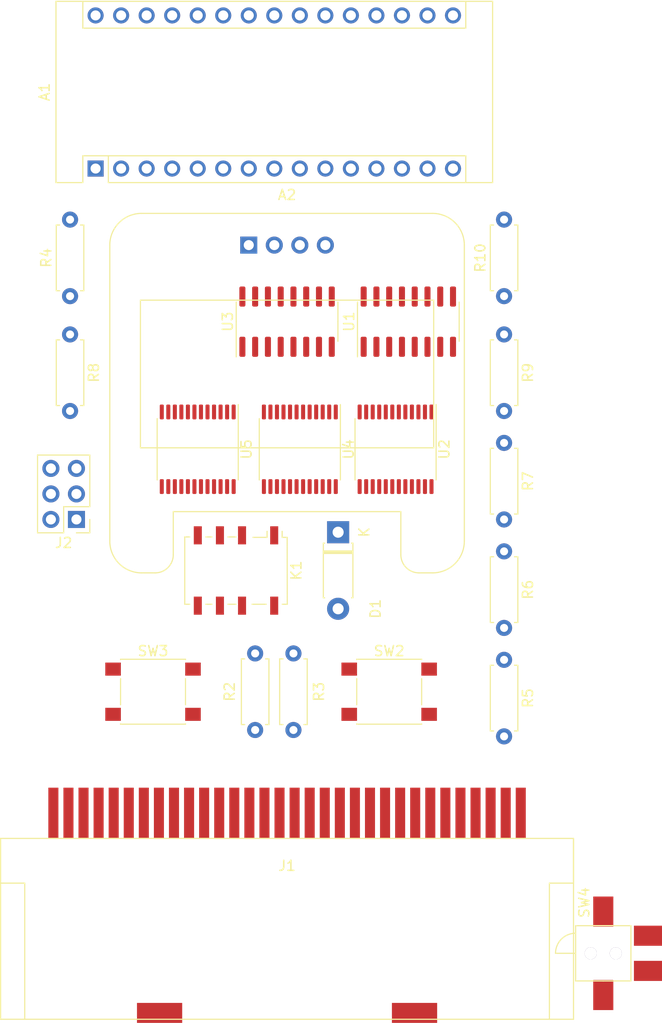
<source format=kicad_pcb>
(kicad_pcb (version 20171130) (host pcbnew "(5.1.7)-1")

  (general
    (thickness 1.6)
    (drawings 0)
    (tracks 0)
    (zones 0)
    (modules 23)
    (nets 80)
  )

  (page A4)
  (layers
    (0 F.Cu signal)
    (31 B.Cu signal)
    (32 B.Adhes user)
    (33 F.Adhes user)
    (34 B.Paste user)
    (35 F.Paste user)
    (36 B.SilkS user)
    (37 F.SilkS user)
    (38 B.Mask user)
    (39 F.Mask user)
    (40 Dwgs.User user)
    (41 Cmts.User user)
    (42 Eco1.User user)
    (43 Eco2.User user)
    (44 Edge.Cuts user)
    (45 Margin user)
    (46 B.CrtYd user)
    (47 F.CrtYd user)
    (48 B.Fab user)
    (49 F.Fab user)
  )

  (setup
    (last_trace_width 0.25)
    (trace_clearance 0.2)
    (zone_clearance 0.508)
    (zone_45_only no)
    (trace_min 0.2)
    (via_size 0.8)
    (via_drill 0.4)
    (via_min_size 0.4)
    (via_min_drill 0.3)
    (uvia_size 0.3)
    (uvia_drill 0.1)
    (uvias_allowed no)
    (uvia_min_size 0.2)
    (uvia_min_drill 0.1)
    (edge_width 0.05)
    (segment_width 0.2)
    (pcb_text_width 0.3)
    (pcb_text_size 1.5 1.5)
    (mod_edge_width 0.12)
    (mod_text_size 1 1)
    (mod_text_width 0.15)
    (pad_size 1.524 1.524)
    (pad_drill 0.762)
    (pad_to_mask_clearance 0)
    (aux_axis_origin 0 0)
    (visible_elements 7FFFFFFF)
    (pcbplotparams
      (layerselection 0x010fc_ffffffff)
      (usegerberextensions false)
      (usegerberattributes true)
      (usegerberadvancedattributes true)
      (creategerberjobfile true)
      (excludeedgelayer true)
      (linewidth 0.100000)
      (plotframeref false)
      (viasonmask false)
      (mode 1)
      (useauxorigin false)
      (hpglpennumber 1)
      (hpglpenspeed 20)
      (hpglpendiameter 15.000000)
      (psnegative false)
      (psa4output false)
      (plotreference true)
      (plotvalue true)
      (plotinvisibletext false)
      (padsonsilk false)
      (subtractmaskfromsilk false)
      (outputformat 1)
      (mirror false)
      (drillshape 1)
      (scaleselection 1)
      (outputdirectory ""))
  )

  (net 0 "")
  (net 1 /Controller/SCK)
  (net 2 /Controller/MISO)
  (net 3 "Net-(A1-Pad30)")
  (net 4 "/Cart Detection/GB_CART_H")
  (net 5 "/Cartridge Slot/CART_CS")
  (net 6 "Net-(A1-Pad28)")
  (net 7 /Controller/D0)
  (net 8 +5V)
  (net 9 /Controller/D1)
  (net 10 "/Cartridge Slot/CART_RD")
  (net 11 /Controller/D2)
  (net 12 "/Cartridge Slot/CART_WR")
  (net 13 /Controller/D3)
  (net 14 /Controller/SCL)
  (net 15 /Controller/SWITCH_TRANSCEIVER)
  (net 16 /Controller/SDA)
  (net 17 /Controller/ADDRESS_LATCH)
  (net 18 /Controller/D7)
  (net 19 /Controller/ADDRESS_CLK)
  (net 20 /Controller/D6)
  (net 21 /Controller/ADDRESS_DATA)
  (net 22 /Controller/D5)
  (net 23 /Controller/D4)
  (net 24 "Net-(A1-Pad3)")
  (net 25 "Net-(A1-Pad18)")
  (net 26 "Net-(A1-Pad2)")
  (net 27 +3V3)
  (net 28 "Net-(A1-Pad1)")
  (net 29 GND)
  (net 30 "Net-(D1-Pad1)")
  (net 31 "Net-(J1-Pad31)")
  (net 32 "Net-(J1-Pad30)")
  (net 33 "/Cartridge Slot/TD7")
  (net 34 "/Cartridge Slot/TD6")
  (net 35 "/Cartridge Slot/TD5")
  (net 36 "/Cartridge Slot/TD4")
  (net 37 "/Cartridge Slot/TD3")
  (net 38 "/Cartridge Slot/TD2")
  (net 39 "/Cartridge Slot/TD1")
  (net 40 "/Cartridge Slot/TD0")
  (net 41 "/Cartridge Slot/A15")
  (net 42 "/Cartridge Slot/A14")
  (net 43 "/Cartridge Slot/A13")
  (net 44 "/Cartridge Slot/A12")
  (net 45 "/Cartridge Slot/A11")
  (net 46 "/Cartridge Slot/A10")
  (net 47 "/Cartridge Slot/A8")
  (net 48 "/Cartridge Slot/A7")
  (net 49 "/Cartridge Slot/A6")
  (net 50 "/Cartridge Slot/A5")
  (net 51 "/Cartridge Slot/A4")
  (net 52 "/Cartridge Slot/A3")
  (net 53 "/Cartridge Slot/A2")
  (net 54 "/Cartridge Slot/A1")
  (net 55 "/Cartridge Slot/A0")
  (net 56 "Net-(J1-Pad2)")
  (net 57 "/Cartridge Slot/A9")
  (net 58 "/Cart Detection/CART_VCC")
  (net 59 "Net-(K1-Pad2)")
  (net 60 "Net-(U1-Pad15)")
  (net 61 "Net-(U1-Pad9)")
  (net 62 "Net-(U1-Pad8)")
  (net 63 "Net-(U1-Pad7)")
  (net 64 "Net-(U1-Pad6)")
  (net 65 "Net-(U1-Pad5)")
  (net 66 "Net-(U1-Pad4)")
  (net 67 "Net-(U1-Pad3)")
  (net 68 "Net-(U1-Pad2)")
  (net 69 "Net-(U1-Pad1)")
  (net 70 "Net-(U3-Pad15)")
  (net 71 "Net-(U3-Pad9)")
  (net 72 "Net-(U3-Pad8)")
  (net 73 "Net-(U3-Pad7)")
  (net 74 "Net-(U3-Pad6)")
  (net 75 "Net-(U3-Pad5)")
  (net 76 "Net-(U3-Pad4)")
  (net 77 "Net-(U3-Pad3)")
  (net 78 "Net-(U3-Pad2)")
  (net 79 "Net-(U3-Pad1)")

  (net_class Default "This is the default net class."
    (clearance 0.2)
    (trace_width 0.25)
    (via_dia 0.8)
    (via_drill 0.4)
    (uvia_dia 0.3)
    (uvia_drill 0.1)
    (add_net +3V3)
    (add_net +5V)
    (add_net "/Cart Detection/CART_VCC")
    (add_net "/Cart Detection/GB_CART_H")
    (add_net "/Cartridge Slot/A0")
    (add_net "/Cartridge Slot/A1")
    (add_net "/Cartridge Slot/A10")
    (add_net "/Cartridge Slot/A11")
    (add_net "/Cartridge Slot/A12")
    (add_net "/Cartridge Slot/A13")
    (add_net "/Cartridge Slot/A14")
    (add_net "/Cartridge Slot/A15")
    (add_net "/Cartridge Slot/A2")
    (add_net "/Cartridge Slot/A3")
    (add_net "/Cartridge Slot/A4")
    (add_net "/Cartridge Slot/A5")
    (add_net "/Cartridge Slot/A6")
    (add_net "/Cartridge Slot/A7")
    (add_net "/Cartridge Slot/A8")
    (add_net "/Cartridge Slot/A9")
    (add_net "/Cartridge Slot/CART_CS")
    (add_net "/Cartridge Slot/CART_RD")
    (add_net "/Cartridge Slot/CART_WR")
    (add_net "/Cartridge Slot/TD0")
    (add_net "/Cartridge Slot/TD1")
    (add_net "/Cartridge Slot/TD2")
    (add_net "/Cartridge Slot/TD3")
    (add_net "/Cartridge Slot/TD4")
    (add_net "/Cartridge Slot/TD5")
    (add_net "/Cartridge Slot/TD6")
    (add_net "/Cartridge Slot/TD7")
    (add_net /Controller/ADDRESS_CLK)
    (add_net /Controller/ADDRESS_DATA)
    (add_net /Controller/ADDRESS_LATCH)
    (add_net /Controller/D0)
    (add_net /Controller/D1)
    (add_net /Controller/D2)
    (add_net /Controller/D3)
    (add_net /Controller/D4)
    (add_net /Controller/D5)
    (add_net /Controller/D6)
    (add_net /Controller/D7)
    (add_net /Controller/MISO)
    (add_net /Controller/SCK)
    (add_net /Controller/SCL)
    (add_net /Controller/SDA)
    (add_net /Controller/SWITCH_TRANSCEIVER)
    (add_net GND)
    (add_net "Net-(A1-Pad1)")
    (add_net "Net-(A1-Pad18)")
    (add_net "Net-(A1-Pad2)")
    (add_net "Net-(A1-Pad28)")
    (add_net "Net-(A1-Pad3)")
    (add_net "Net-(A1-Pad30)")
    (add_net "Net-(D1-Pad1)")
    (add_net "Net-(J1-Pad2)")
    (add_net "Net-(J1-Pad30)")
    (add_net "Net-(J1-Pad31)")
    (add_net "Net-(K1-Pad2)")
    (add_net "Net-(U1-Pad1)")
    (add_net "Net-(U1-Pad15)")
    (add_net "Net-(U1-Pad2)")
    (add_net "Net-(U1-Pad3)")
    (add_net "Net-(U1-Pad4)")
    (add_net "Net-(U1-Pad5)")
    (add_net "Net-(U1-Pad6)")
    (add_net "Net-(U1-Pad7)")
    (add_net "Net-(U1-Pad8)")
    (add_net "Net-(U1-Pad9)")
    (add_net "Net-(U3-Pad1)")
    (add_net "Net-(U3-Pad15)")
    (add_net "Net-(U3-Pad2)")
    (add_net "Net-(U3-Pad3)")
    (add_net "Net-(U3-Pad4)")
    (add_net "Net-(U3-Pad5)")
    (add_net "Net-(U3-Pad6)")
    (add_net "Net-(U3-Pad7)")
    (add_net "Net-(U3-Pad8)")
    (add_net "Net-(U3-Pad9)")
  )

  (module Diode_THT:D_DO-41_SOD81_P7.62mm_Horizontal (layer F.Cu) (tedit 5AE50CD5) (tstamp 6112F131)
    (at 172.72 89.535 270)
    (descr "Diode, DO-41_SOD81 series, Axial, Horizontal, pin pitch=7.62mm, , length*diameter=5.2*2.7mm^2, , http://www.diodes.com/_files/packages/DO-41%20(Plastic).pdf")
    (tags "Diode DO-41_SOD81 series Axial Horizontal pin pitch 7.62mm  length 5.2mm diameter 2.7mm")
    (path /61287E9C/612A65DB)
    (fp_text reference D1 (at 7.62 -3.72 90) (layer F.SilkS)
      (effects (font (size 1 1) (thickness 0.15)))
    )
    (fp_text value 1N4004 (at 7.62 3.72 90) (layer F.Fab)
      (effects (font (size 1 1) (thickness 0.15)))
    )
    (fp_text user K (at 0 -2.6 90) (layer F.SilkS)
      (effects (font (size 1 1) (thickness 0.15)))
    )
    (fp_text user K (at 0 -2.6 90) (layer F.Fab)
      (effects (font (size 1 1) (thickness 0.15)))
    )
    (fp_text user %R (at 8.3325 0 90) (layer F.Fab)
      (effects (font (size 1 1) (thickness 0.15)))
    )
    (fp_line (start 1.21 -1.35) (end 1.21 1.35) (layer F.Fab) (width 0.1))
    (fp_line (start 1.21 1.35) (end 6.41 1.35) (layer F.Fab) (width 0.1))
    (fp_line (start 6.41 1.35) (end 6.41 -1.35) (layer F.Fab) (width 0.1))
    (fp_line (start 6.41 -1.35) (end 1.21 -1.35) (layer F.Fab) (width 0.1))
    (fp_line (start 0 0) (end 1.21 0) (layer F.Fab) (width 0.1))
    (fp_line (start 7.62 0) (end 6.41 0) (layer F.Fab) (width 0.1))
    (fp_line (start 1.99 -1.35) (end 1.99 1.35) (layer F.Fab) (width 0.1))
    (fp_line (start 2.09 -1.35) (end 2.09 1.35) (layer F.Fab) (width 0.1))
    (fp_line (start 1.89 -1.35) (end 1.89 1.35) (layer F.Fab) (width 0.1))
    (fp_line (start 1.09 -1.34) (end 1.09 -1.47) (layer F.SilkS) (width 0.12))
    (fp_line (start 1.09 -1.47) (end 6.53 -1.47) (layer F.SilkS) (width 0.12))
    (fp_line (start 6.53 -1.47) (end 6.53 -1.34) (layer F.SilkS) (width 0.12))
    (fp_line (start 1.09 1.34) (end 1.09 1.47) (layer F.SilkS) (width 0.12))
    (fp_line (start 1.09 1.47) (end 6.53 1.47) (layer F.SilkS) (width 0.12))
    (fp_line (start 6.53 1.47) (end 6.53 1.34) (layer F.SilkS) (width 0.12))
    (fp_line (start 1.99 -1.47) (end 1.99 1.47) (layer F.SilkS) (width 0.12))
    (fp_line (start 2.11 -1.47) (end 2.11 1.47) (layer F.SilkS) (width 0.12))
    (fp_line (start 1.87 -1.47) (end 1.87 1.47) (layer F.SilkS) (width 0.12))
    (fp_line (start -1.35 -1.6) (end -1.35 1.6) (layer F.CrtYd) (width 0.05))
    (fp_line (start -1.35 1.6) (end 8.97 1.6) (layer F.CrtYd) (width 0.05))
    (fp_line (start 8.97 1.6) (end 8.97 -1.6) (layer F.CrtYd) (width 0.05))
    (fp_line (start 8.97 -1.6) (end -1.35 -1.6) (layer F.CrtYd) (width 0.05))
    (pad 2 thru_hole oval (at 7.62 0 270) (size 2.2 2.2) (drill 1.1) (layers *.Cu *.Mask)
      (net 29 GND))
    (pad 1 thru_hole rect (at 0 0 270) (size 2.2 2.2) (drill 1.1) (layers *.Cu *.Mask)
      (net 30 "Net-(D1-Pad1)"))
    (model ${KISYS3DMOD}/Diode_THT.3dshapes/D_DO-41_SOD81_P7.62mm_Horizontal.wrl
      (at (xyz 0 0 0))
      (scale (xyz 1 1 1))
      (rotate (xyz 0 0 0))
    )
  )

  (module dumper:Adafruit_SSD1306_I2C_Only (layer F.Cu) (tedit 6111CE24) (tstamp 6112ABD3)
    (at 158.75 60.96)
    (descr "Adafruit SSD1306 OLED 1.3 inch 128x64 I2C & SPI https://learn.adafruit.com/monochrome-oled-breakouts/downloads")
    (tags "Adafruit SSD1306 OLED 1.3 inch 128x64 I2C & SPI ")
    (path /612D2375)
    (fp_text reference A2 (at 8.89 -5) (layer F.SilkS)
      (effects (font (size 1 1) (thickness 0.15)))
    )
    (fp_text value SSD1306 (at 8.89 30) (layer F.Fab)
      (effects (font (size 1 1) (thickness 0.15)))
    )
    (fp_text user %R (at 8.89 14.732) (layer F.Fab)
      (effects (font (size 1 1) (thickness 0.15)))
    )
    (fp_arc (start 22.02 30.82) (end 20.07 30.82) (angle -90) (layer F.CrtYd) (width 0.05))
    (fp_arc (start -5.588 0) (end -5.59 -3.048) (angle -90) (layer F.Fab) (width 0.1))
    (fp_arc (start -5.588 29.464) (end -8.636 29.462) (angle -90) (layer F.Fab) (width 0.1))
    (fp_arc (start -4.238 30.814) (end -2.54 30.812) (angle 90) (layer F.Fab) (width 0.1))
    (fp_arc (start 23.368 29.464) (end 26.526 29.464) (angle 90) (layer F.SilkS) (width 0.12))
    (fp_arc (start 22.018 30.814) (end 20.21 30.812) (angle -90) (layer F.SilkS) (width 0.12))
    (fp_arc (start 23.368 0) (end 23.368 -3.158) (angle 90) (layer F.SilkS) (width 0.12))
    (fp_arc (start -5.588 0) (end -5.588 -3.158) (angle -90) (layer F.SilkS) (width 0.12))
    (fp_arc (start -5.588 29.464) (end -8.746 29.464) (angle -90) (layer F.SilkS) (width 0.12))
    (fp_arc (start -4.238 30.814) (end -2.43 30.812) (angle 90) (layer F.SilkS) (width 0.12))
    (fp_arc (start 23.368 0) (end 23.368 -3.048) (angle 90) (layer F.Fab) (width 0.1))
    (fp_arc (start 23.37 0) (end 23.37 -3.3) (angle 90) (layer F.CrtYd) (width 0.05))
    (fp_arc (start 23.368 29.464) (end 26.416 29.464) (angle 90) (layer F.Fab) (width 0.1))
    (fp_arc (start 23.37 29.47) (end 23.37 32.77) (angle -90) (layer F.CrtYd) (width 0.05))
    (fp_arc (start 22.018 30.814) (end 20.32 30.812) (angle -90) (layer F.Fab) (width 0.1))
    (fp_arc (start -5.59 0) (end -5.59 -3.3) (angle -90) (layer F.CrtYd) (width 0.05))
    (fp_arc (start -5.59 29.47) (end -5.59 32.77) (angle 90) (layer F.CrtYd) (width 0.05))
    (fp_arc (start -4.24 30.82) (end -2.29 30.82) (angle 90) (layer F.CrtYd) (width 0.05))
    (fp_line (start -0.78 -3.048) (end 0 -2.268) (layer F.Fab) (width 0.1))
    (fp_line (start -5.698 20.176) (end 23.478 20.176) (layer F.SilkS) (width 0.12))
    (fp_line (start -5.588 5.588) (end 23.368 5.588) (layer F.Fab) (width 0.1))
    (fp_line (start -5.588 5.588) (end -5.588 20.066) (layer F.Fab) (width 0.1))
    (fp_line (start 22.018 32.622) (end 23.37 32.622) (layer F.SilkS) (width 0.12))
    (fp_line (start 20.07 26.68) (end 20.07 30.82) (layer F.CrtYd) (width 0.05))
    (fp_line (start -2.43 26.526) (end 20.21 26.526) (layer F.SilkS) (width 0.12))
    (fp_line (start 26.526 0) (end 26.526 29.464) (layer F.SilkS) (width 0.12))
    (fp_line (start 23.37 -3.3) (end -5.59 -3.3) (layer F.CrtYd) (width 0.05))
    (fp_line (start -8.636 0) (end -8.636 29.464) (layer F.Fab) (width 0.1))
    (fp_line (start -2.54 26.416) (end -2.54 30.814) (layer F.Fab) (width 0.1))
    (fp_line (start -4.238 32.512) (end -5.59 32.512) (layer F.Fab) (width 0.1))
    (fp_line (start 23.368 5.588) (end 23.368 20.066) (layer F.Fab) (width 0.1))
    (fp_line (start -5.588 20.066) (end 23.368 20.066) (layer F.Fab) (width 0.1))
    (fp_line (start 26.416 0) (end 26.416 29.464) (layer F.Fab) (width 0.1))
    (fp_line (start -4.24 32.77) (end -5.59 32.77) (layer F.CrtYd) (width 0.05))
    (fp_line (start 20.21 26.526) (end 20.21 30.814) (layer F.SilkS) (width 0.12))
    (fp_line (start -2.29 26.68) (end 20.07 26.68) (layer F.CrtYd) (width 0.05))
    (fp_line (start 23.368 -3.158) (end -5.588 -3.158) (layer F.SilkS) (width 0.12))
    (fp_line (start -8.746 0) (end -8.746 29.464) (layer F.SilkS) (width 0.12))
    (fp_line (start -4.238 32.622) (end -5.59 32.622) (layer F.SilkS) (width 0.12))
    (fp_line (start -2.43 26.526) (end -2.43 30.814) (layer F.SilkS) (width 0.12))
    (fp_line (start -5.698 5.478) (end -5.698 20.176) (layer F.SilkS) (width 0.12))
    (fp_line (start 23.478 5.478) (end 23.478 20.176) (layer F.SilkS) (width 0.12))
    (fp_line (start -5.698 5.478) (end 23.478 5.478) (layer F.SilkS) (width 0.12))
    (fp_line (start 26.67 0) (end 26.67 29.47) (layer F.CrtYd) (width 0.05))
    (fp_line (start 23.368 -3.048) (end -5.588 -3.048) (layer F.Fab) (width 0.1))
    (fp_line (start 22.018 32.512) (end 23.37 32.512) (layer F.Fab) (width 0.1))
    (fp_line (start 20.32 26.416) (end 20.32 30.814) (layer F.Fab) (width 0.1))
    (fp_line (start -2.54 26.416) (end 20.32 26.416) (layer F.Fab) (width 0.1))
    (fp_line (start 0 -2.268) (end 0.78 -3.048) (layer F.Fab) (width 0.1))
    (fp_line (start -8.89 0) (end -8.89 29.47) (layer F.CrtYd) (width 0.05))
    (fp_line (start 22.02 32.77) (end 23.37 32.77) (layer F.CrtYd) (width 0.05))
    (fp_line (start -2.29 26.68) (end -2.29 30.82) (layer F.CrtYd) (width 0.05))
    (pad "" np_thru_hole circle (at -5.588 0) (size 2.7 2.7) (drill 2.7) (layers *.Cu *.Mask))
    (pad "" np_thru_hole circle (at 23.368 29.464) (size 2.7 2.7) (drill 2.7) (layers *.Cu *.Mask))
    (pad "" np_thru_hole circle (at -5.588 29.464) (size 2.7 2.7) (drill 2.7) (layers *.Cu *.Mask))
    (pad "" np_thru_hole circle (at 23.368 0) (size 2.7 2.7) (drill 2.7) (layers *.Cu *.Mask))
    (pad 1 thru_hole rect (at 5.08 0) (size 1.7 1.7) (drill 1) (layers *.Cu *.Mask)
      (net 29 GND))
    (pad 2 thru_hole circle (at 7.62 0) (size 1.7 1.7) (drill 1) (layers *.Cu *.Mask)
      (net 27 +3V3))
    (pad 3 thru_hole circle (at 10.16 0) (size 1.7 1.7) (drill 1) (layers *.Cu *.Mask)
      (net 14 /Controller/SCL))
    (pad 4 thru_hole circle (at 12.7 0) (size 1.7 1.7) (drill 1) (layers *.Cu *.Mask)
      (net 16 /Controller/SDA))
    (model ${KISYS3DMOD}/Display.3dshapes/Adafruit_SSD1306.wrl
      (at (xyz 0 0 0))
      (scale (xyz 1 1 1))
      (rotate (xyz 0 0 0))
    )
  )

  (module Gameboy:DSL_Cartridge_Reader (layer F.Cu) (tedit 6111CBDE) (tstamp 6111D099)
    (at 167.64 124.46 180)
    (descr "GBA DS Lite slots commonly found on aliexpress")
    (tags "gameboy cartridge slot")
    (path /61279BC9/61279F09)
    (attr smd)
    (fp_text reference J1 (at 0 1.7272 180) (layer F.SilkS)
      (effects (font (size 1 1) (thickness 0.15)))
    )
    (fp_text value CartBus (at 0 -11) (layer F.Fab)
      (effects (font (size 1 1) (thickness 0.15)))
    )
    (fp_line (start 26.1 0) (end 28.5 0) (layer F.SilkS) (width 0.12))
    (fp_line (start 26.1 0) (end 26.1 -13.55) (layer F.SilkS) (width 0.12))
    (fp_line (start -26.1 0) (end -26.1 -13.55) (layer F.SilkS) (width 0.12))
    (fp_line (start -28.5 0) (end -26.1 0) (layer F.SilkS) (width 0.12))
    (fp_line (start -28.5 4.45) (end -28.5 0) (layer F.SilkS) (width 0.12))
    (fp_line (start -28.5 4.45) (end -28.5 -13.55) (layer F.SilkS) (width 0.12))
    (fp_line (start 28.5 4.45) (end -28.5 4.45) (layer F.SilkS) (width 0.12))
    (fp_line (start 28.5 -13.55) (end 28.5 4.45) (layer F.SilkS) (width 0.12))
    (fp_line (start -28.5 -13.55) (end 28.5 -13.55) (layer F.SilkS) (width 0.12))
    (fp_text user %R (at 0 -1) (layer F.Fab)
      (effects (font (size 2 2) (thickness 0.2)))
    )
    (pad 32 smd rect (at 23.25 7 180) (size 1 5) (layers F.Cu F.Paste F.Mask)
      (net 29 GND))
    (pad 31 smd rect (at 21.75 7 180) (size 1 5) (layers F.Cu F.Paste F.Mask)
      (net 31 "Net-(J1-Pad31)"))
    (pad 30 smd rect (at 20.25 7 180) (size 1 5) (layers F.Cu F.Paste F.Mask)
      (net 32 "Net-(J1-Pad30)"))
    (pad 29 smd rect (at 18.75 7 180) (size 1 5) (layers F.Cu F.Paste F.Mask)
      (net 33 "/Cartridge Slot/TD7"))
    (pad 28 smd rect (at 17.25 7 180) (size 1 5) (layers F.Cu F.Paste F.Mask)
      (net 34 "/Cartridge Slot/TD6"))
    (pad 27 smd rect (at 15.75 7 180) (size 1 5) (layers F.Cu F.Paste F.Mask)
      (net 35 "/Cartridge Slot/TD5"))
    (pad 26 smd rect (at 14.25 7 180) (size 1 5) (layers F.Cu F.Paste F.Mask)
      (net 36 "/Cartridge Slot/TD4"))
    (pad 25 smd rect (at 12.75 7 180) (size 1 5) (layers F.Cu F.Paste F.Mask)
      (net 37 "/Cartridge Slot/TD3"))
    (pad 24 smd rect (at 11.25 7 180) (size 1 5) (layers F.Cu F.Paste F.Mask)
      (net 38 "/Cartridge Slot/TD2"))
    (pad 23 smd rect (at 9.75 7 180) (size 1 5) (layers F.Cu F.Paste F.Mask)
      (net 39 "/Cartridge Slot/TD1"))
    (pad 22 smd rect (at 8.25 7 180) (size 1 5) (layers F.Cu F.Paste F.Mask)
      (net 40 "/Cartridge Slot/TD0"))
    (pad 21 smd rect (at 6.75 7 180) (size 1 5) (layers F.Cu F.Paste F.Mask)
      (net 41 "/Cartridge Slot/A15"))
    (pad 20 smd rect (at 5.25 7 180) (size 1 5) (layers F.Cu F.Paste F.Mask)
      (net 42 "/Cartridge Slot/A14"))
    (pad 19 smd rect (at 3.75 7 180) (size 1 5) (layers F.Cu F.Paste F.Mask)
      (net 43 "/Cartridge Slot/A13"))
    (pad 18 smd rect (at 2.25 7 180) (size 1 5) (layers F.Cu F.Paste F.Mask)
      (net 44 "/Cartridge Slot/A12"))
    (pad 17 smd rect (at 0.75 7 180) (size 1 5) (layers F.Cu F.Paste F.Mask)
      (net 45 "/Cartridge Slot/A11"))
    (pad 16 smd rect (at -0.75 7 180) (size 1 5) (layers F.Cu F.Paste F.Mask)
      (net 46 "/Cartridge Slot/A10"))
    (pad 14 smd rect (at -3.75 7 180) (size 1 5) (layers F.Cu F.Paste F.Mask)
      (net 47 "/Cartridge Slot/A8"))
    (pad 13 smd rect (at -5.25 7 180) (size 1 5) (layers F.Cu F.Paste F.Mask)
      (net 48 "/Cartridge Slot/A7"))
    (pad 12 smd rect (at -6.75 7 180) (size 1 5) (layers F.Cu F.Paste F.Mask)
      (net 49 "/Cartridge Slot/A6"))
    (pad 11 smd rect (at -8.25 7 180) (size 1 5) (layers F.Cu F.Paste F.Mask)
      (net 50 "/Cartridge Slot/A5"))
    (pad 10 smd rect (at -9.75 7 180) (size 1 5) (layers F.Cu F.Paste F.Mask)
      (net 51 "/Cartridge Slot/A4"))
    (pad 9 smd rect (at -11.25 7 180) (size 1 5) (layers F.Cu F.Paste F.Mask)
      (net 52 "/Cartridge Slot/A3"))
    (pad 8 smd rect (at -12.75 7 180) (size 1 5) (layers F.Cu F.Paste F.Mask)
      (net 53 "/Cartridge Slot/A2"))
    (pad 7 smd rect (at -14.25 7 180) (size 1 5) (layers F.Cu F.Paste F.Mask)
      (net 54 "/Cartridge Slot/A1"))
    (pad 6 smd rect (at -15.75 7 180) (size 1 5) (layers F.Cu F.Paste F.Mask)
      (net 55 "/Cartridge Slot/A0"))
    (pad 5 smd rect (at -17.25 7 180) (size 1 5) (layers F.Cu F.Paste F.Mask)
      (net 5 "/Cartridge Slot/CART_CS"))
    (pad 4 smd rect (at -18.75 7 180) (size 1 5) (layers F.Cu F.Paste F.Mask)
      (net 10 "/Cartridge Slot/CART_RD"))
    (pad 3 smd rect (at -20.25 7 180) (size 1 5) (layers F.Cu F.Paste F.Mask)
      (net 12 "/Cartridge Slot/CART_WR"))
    (pad 2 smd rect (at -21.75 7 180) (size 1 5) (layers F.Cu F.Paste F.Mask)
      (net 56 "Net-(J1-Pad2)"))
    (pad 15 smd rect (at -2.25 7 180) (size 1 5) (layers F.Cu F.Paste F.Mask)
      (net 57 "/Cartridge Slot/A9"))
    (pad 1 smd rect (at -23.25 7 180) (size 1 5) (layers F.Cu F.Paste F.Mask)
      (net 58 "/Cart Detection/CART_VCC"))
    (pad GND smd rect (at -12.68204 -12.9208 180) (size 4.5 2) (layers F.Cu F.Paste F.Mask))
    (pad GND smd rect (at 12.68204 -12.9208 180) (size 4.5 2) (layers F.Cu F.Paste F.Mask))
    (pad "" np_thru_hole circle (at 12.93204 -2.04724 180) (size 2.2 2.2) (drill 2.2) (layers *.Cu *.Mask))
    (pad "" np_thru_hole circle (at -12.93204 -2.04724 180) (size 2.2 2.2) (drill 2.2) (layers *.Cu *.Mask))
  )

  (module Package_SO:TSSOP-24_6.1x7.8mm_P0.65mm (layer F.Cu) (tedit 5E476F32) (tstamp 6112E70F)
    (at 158.75 81.28 270)
    (descr "TSSOP, 24 Pin (JEDEC MO-153 Var DA https://www.jedec.org/document_search?search_api_views_fulltext=MO-153), generated with kicad-footprint-generator ipc_gullwing_generator.py")
    (tags "TSSOP SO")
    (path /61204525/61207B4C)
    (attr smd)
    (fp_text reference U5 (at 0 -4.85 90) (layer F.SilkS)
      (effects (font (size 1 1) (thickness 0.15)))
    )
    (fp_text value SN74LVC8T245PWR (at 0 4.85 90) (layer F.Fab)
      (effects (font (size 1 1) (thickness 0.15)))
    )
    (fp_line (start 4.7 -4.15) (end -4.7 -4.15) (layer F.CrtYd) (width 0.05))
    (fp_line (start 4.7 4.15) (end 4.7 -4.15) (layer F.CrtYd) (width 0.05))
    (fp_line (start -4.7 4.15) (end 4.7 4.15) (layer F.CrtYd) (width 0.05))
    (fp_line (start -4.7 -4.15) (end -4.7 4.15) (layer F.CrtYd) (width 0.05))
    (fp_line (start -3.05 -2.9) (end -2.05 -3.9) (layer F.Fab) (width 0.1))
    (fp_line (start -3.05 3.9) (end -3.05 -2.9) (layer F.Fab) (width 0.1))
    (fp_line (start 3.05 3.9) (end -3.05 3.9) (layer F.Fab) (width 0.1))
    (fp_line (start 3.05 -3.9) (end 3.05 3.9) (layer F.Fab) (width 0.1))
    (fp_line (start -2.05 -3.9) (end 3.05 -3.9) (layer F.Fab) (width 0.1))
    (fp_line (start 0 -4.035) (end -4.45 -4.035) (layer F.SilkS) (width 0.12))
    (fp_line (start 0 -4.035) (end 3.05 -4.035) (layer F.SilkS) (width 0.12))
    (fp_line (start 0 4.035) (end -3.05 4.035) (layer F.SilkS) (width 0.12))
    (fp_line (start 0 4.035) (end 3.05 4.035) (layer F.SilkS) (width 0.12))
    (fp_text user %R (at 0 0 90) (layer F.Fab)
      (effects (font (size 1 1) (thickness 0.15)))
    )
    (pad 24 smd roundrect (at 3.7125 -3.575 270) (size 1.475 0.4) (layers F.Cu F.Paste F.Mask) (roundrect_rratio 0.25)
      (net 8 +5V))
    (pad 23 smd roundrect (at 3.7125 -2.925 270) (size 1.475 0.4) (layers F.Cu F.Paste F.Mask) (roundrect_rratio 0.25)
      (net 8 +5V))
    (pad 22 smd roundrect (at 3.7125 -2.275 270) (size 1.475 0.4) (layers F.Cu F.Paste F.Mask) (roundrect_rratio 0.25)
      (net 29 GND))
    (pad 21 smd roundrect (at 3.7125 -1.625 270) (size 1.475 0.4) (layers F.Cu F.Paste F.Mask) (roundrect_rratio 0.25)
      (net 40 "/Cartridge Slot/TD0"))
    (pad 20 smd roundrect (at 3.7125 -0.975 270) (size 1.475 0.4) (layers F.Cu F.Paste F.Mask) (roundrect_rratio 0.25)
      (net 39 "/Cartridge Slot/TD1"))
    (pad 19 smd roundrect (at 3.7125 -0.325 270) (size 1.475 0.4) (layers F.Cu F.Paste F.Mask) (roundrect_rratio 0.25)
      (net 38 "/Cartridge Slot/TD2"))
    (pad 18 smd roundrect (at 3.7125 0.325 270) (size 1.475 0.4) (layers F.Cu F.Paste F.Mask) (roundrect_rratio 0.25)
      (net 37 "/Cartridge Slot/TD3"))
    (pad 17 smd roundrect (at 3.7125 0.975 270) (size 1.475 0.4) (layers F.Cu F.Paste F.Mask) (roundrect_rratio 0.25)
      (net 36 "/Cartridge Slot/TD4"))
    (pad 16 smd roundrect (at 3.7125 1.625 270) (size 1.475 0.4) (layers F.Cu F.Paste F.Mask) (roundrect_rratio 0.25)
      (net 35 "/Cartridge Slot/TD5"))
    (pad 15 smd roundrect (at 3.7125 2.275 270) (size 1.475 0.4) (layers F.Cu F.Paste F.Mask) (roundrect_rratio 0.25)
      (net 34 "/Cartridge Slot/TD6"))
    (pad 14 smd roundrect (at 3.7125 2.925 270) (size 1.475 0.4) (layers F.Cu F.Paste F.Mask) (roundrect_rratio 0.25)
      (net 33 "/Cartridge Slot/TD7"))
    (pad 13 smd roundrect (at 3.7125 3.575 270) (size 1.475 0.4) (layers F.Cu F.Paste F.Mask) (roundrect_rratio 0.25)
      (net 29 GND))
    (pad 12 smd roundrect (at -3.7125 3.575 270) (size 1.475 0.4) (layers F.Cu F.Paste F.Mask) (roundrect_rratio 0.25)
      (net 29 GND))
    (pad 11 smd roundrect (at -3.7125 2.925 270) (size 1.475 0.4) (layers F.Cu F.Paste F.Mask) (roundrect_rratio 0.25)
      (net 29 GND))
    (pad 10 smd roundrect (at -3.7125 2.275 270) (size 1.475 0.4) (layers F.Cu F.Paste F.Mask) (roundrect_rratio 0.25)
      (net 18 /Controller/D7))
    (pad 9 smd roundrect (at -3.7125 1.625 270) (size 1.475 0.4) (layers F.Cu F.Paste F.Mask) (roundrect_rratio 0.25)
      (net 20 /Controller/D6))
    (pad 8 smd roundrect (at -3.7125 0.975 270) (size 1.475 0.4) (layers F.Cu F.Paste F.Mask) (roundrect_rratio 0.25)
      (net 22 /Controller/D5))
    (pad 7 smd roundrect (at -3.7125 0.325 270) (size 1.475 0.4) (layers F.Cu F.Paste F.Mask) (roundrect_rratio 0.25)
      (net 23 /Controller/D4))
    (pad 6 smd roundrect (at -3.7125 -0.325 270) (size 1.475 0.4) (layers F.Cu F.Paste F.Mask) (roundrect_rratio 0.25)
      (net 13 /Controller/D3))
    (pad 5 smd roundrect (at -3.7125 -0.975 270) (size 1.475 0.4) (layers F.Cu F.Paste F.Mask) (roundrect_rratio 0.25)
      (net 11 /Controller/D2))
    (pad 4 smd roundrect (at -3.7125 -1.625 270) (size 1.475 0.4) (layers F.Cu F.Paste F.Mask) (roundrect_rratio 0.25)
      (net 9 /Controller/D1))
    (pad 3 smd roundrect (at -3.7125 -2.275 270) (size 1.475 0.4) (layers F.Cu F.Paste F.Mask) (roundrect_rratio 0.25)
      (net 7 /Controller/D0))
    (pad 2 smd roundrect (at -3.7125 -2.925 270) (size 1.475 0.4) (layers F.Cu F.Paste F.Mask) (roundrect_rratio 0.25)
      (net 15 /Controller/SWITCH_TRANSCEIVER))
    (pad 1 smd roundrect (at -3.7125 -3.575 270) (size 1.475 0.4) (layers F.Cu F.Paste F.Mask) (roundrect_rratio 0.25)
      (net 27 +3V3))
    (model ${KISYS3DMOD}/Package_SO.3dshapes/TSSOP-24_6.1x7.8mm_P0.65mm.wrl
      (at (xyz 0 0 0))
      (scale (xyz 1 1 1))
      (rotate (xyz 0 0 0))
    )
  )

  (module Package_SO:TSSOP-24_6.1x7.8mm_P0.65mm (layer F.Cu) (tedit 5E476F32) (tstamp 6112E5D8)
    (at 168.91 81.28 270)
    (descr "TSSOP, 24 Pin (JEDEC MO-153 Var DA https://www.jedec.org/document_search?search_api_views_fulltext=MO-153), generated with kicad-footprint-generator ipc_gullwing_generator.py")
    (tags "TSSOP SO")
    (path /61204525/6122A8D3)
    (attr smd)
    (fp_text reference U4 (at 0 -4.85 90) (layer F.SilkS)
      (effects (font (size 1 1) (thickness 0.15)))
    )
    (fp_text value SN74LVC8T245PWR (at 0 4.85 90) (layer F.Fab)
      (effects (font (size 1 1) (thickness 0.15)))
    )
    (fp_line (start 4.7 -4.15) (end -4.7 -4.15) (layer F.CrtYd) (width 0.05))
    (fp_line (start 4.7 4.15) (end 4.7 -4.15) (layer F.CrtYd) (width 0.05))
    (fp_line (start -4.7 4.15) (end 4.7 4.15) (layer F.CrtYd) (width 0.05))
    (fp_line (start -4.7 -4.15) (end -4.7 4.15) (layer F.CrtYd) (width 0.05))
    (fp_line (start -3.05 -2.9) (end -2.05 -3.9) (layer F.Fab) (width 0.1))
    (fp_line (start -3.05 3.9) (end -3.05 -2.9) (layer F.Fab) (width 0.1))
    (fp_line (start 3.05 3.9) (end -3.05 3.9) (layer F.Fab) (width 0.1))
    (fp_line (start 3.05 -3.9) (end 3.05 3.9) (layer F.Fab) (width 0.1))
    (fp_line (start -2.05 -3.9) (end 3.05 -3.9) (layer F.Fab) (width 0.1))
    (fp_line (start 0 -4.035) (end -4.45 -4.035) (layer F.SilkS) (width 0.12))
    (fp_line (start 0 -4.035) (end 3.05 -4.035) (layer F.SilkS) (width 0.12))
    (fp_line (start 0 4.035) (end -3.05 4.035) (layer F.SilkS) (width 0.12))
    (fp_line (start 0 4.035) (end 3.05 4.035) (layer F.SilkS) (width 0.12))
    (fp_text user %R (at 0 0 90) (layer F.Fab)
      (effects (font (size 1 1) (thickness 0.15)))
    )
    (pad 24 smd roundrect (at 3.7125 -3.575 270) (size 1.475 0.4) (layers F.Cu F.Paste F.Mask) (roundrect_rratio 0.25)
      (net 8 +5V))
    (pad 23 smd roundrect (at 3.7125 -2.925 270) (size 1.475 0.4) (layers F.Cu F.Paste F.Mask) (roundrect_rratio 0.25)
      (net 8 +5V))
    (pad 22 smd roundrect (at 3.7125 -2.275 270) (size 1.475 0.4) (layers F.Cu F.Paste F.Mask) (roundrect_rratio 0.25)
      (net 29 GND))
    (pad 21 smd roundrect (at 3.7125 -1.625 270) (size 1.475 0.4) (layers F.Cu F.Paste F.Mask) (roundrect_rratio 0.25)
      (net 41 "/Cartridge Slot/A15"))
    (pad 20 smd roundrect (at 3.7125 -0.975 270) (size 1.475 0.4) (layers F.Cu F.Paste F.Mask) (roundrect_rratio 0.25)
      (net 42 "/Cartridge Slot/A14"))
    (pad 19 smd roundrect (at 3.7125 -0.325 270) (size 1.475 0.4) (layers F.Cu F.Paste F.Mask) (roundrect_rratio 0.25)
      (net 43 "/Cartridge Slot/A13"))
    (pad 18 smd roundrect (at 3.7125 0.325 270) (size 1.475 0.4) (layers F.Cu F.Paste F.Mask) (roundrect_rratio 0.25)
      (net 44 "/Cartridge Slot/A12"))
    (pad 17 smd roundrect (at 3.7125 0.975 270) (size 1.475 0.4) (layers F.Cu F.Paste F.Mask) (roundrect_rratio 0.25)
      (net 45 "/Cartridge Slot/A11"))
    (pad 16 smd roundrect (at 3.7125 1.625 270) (size 1.475 0.4) (layers F.Cu F.Paste F.Mask) (roundrect_rratio 0.25)
      (net 46 "/Cartridge Slot/A10"))
    (pad 15 smd roundrect (at 3.7125 2.275 270) (size 1.475 0.4) (layers F.Cu F.Paste F.Mask) (roundrect_rratio 0.25)
      (net 57 "/Cartridge Slot/A9"))
    (pad 14 smd roundrect (at 3.7125 2.925 270) (size 1.475 0.4) (layers F.Cu F.Paste F.Mask) (roundrect_rratio 0.25)
      (net 47 "/Cartridge Slot/A8"))
    (pad 13 smd roundrect (at 3.7125 3.575 270) (size 1.475 0.4) (layers F.Cu F.Paste F.Mask) (roundrect_rratio 0.25)
      (net 29 GND))
    (pad 12 smd roundrect (at -3.7125 3.575 270) (size 1.475 0.4) (layers F.Cu F.Paste F.Mask) (roundrect_rratio 0.25)
      (net 29 GND))
    (pad 11 smd roundrect (at -3.7125 2.925 270) (size 1.475 0.4) (layers F.Cu F.Paste F.Mask) (roundrect_rratio 0.25)
      (net 29 GND))
    (pad 10 smd roundrect (at -3.7125 2.275 270) (size 1.475 0.4) (layers F.Cu F.Paste F.Mask) (roundrect_rratio 0.25)
      (net 73 "Net-(U3-Pad7)"))
    (pad 9 smd roundrect (at -3.7125 1.625 270) (size 1.475 0.4) (layers F.Cu F.Paste F.Mask) (roundrect_rratio 0.25)
      (net 74 "Net-(U3-Pad6)"))
    (pad 8 smd roundrect (at -3.7125 0.975 270) (size 1.475 0.4) (layers F.Cu F.Paste F.Mask) (roundrect_rratio 0.25)
      (net 75 "Net-(U3-Pad5)"))
    (pad 7 smd roundrect (at -3.7125 0.325 270) (size 1.475 0.4) (layers F.Cu F.Paste F.Mask) (roundrect_rratio 0.25)
      (net 76 "Net-(U3-Pad4)"))
    (pad 6 smd roundrect (at -3.7125 -0.325 270) (size 1.475 0.4) (layers F.Cu F.Paste F.Mask) (roundrect_rratio 0.25)
      (net 77 "Net-(U3-Pad3)"))
    (pad 5 smd roundrect (at -3.7125 -0.975 270) (size 1.475 0.4) (layers F.Cu F.Paste F.Mask) (roundrect_rratio 0.25)
      (net 78 "Net-(U3-Pad2)"))
    (pad 4 smd roundrect (at -3.7125 -1.625 270) (size 1.475 0.4) (layers F.Cu F.Paste F.Mask) (roundrect_rratio 0.25)
      (net 79 "Net-(U3-Pad1)"))
    (pad 3 smd roundrect (at -3.7125 -2.275 270) (size 1.475 0.4) (layers F.Cu F.Paste F.Mask) (roundrect_rratio 0.25)
      (net 70 "Net-(U3-Pad15)"))
    (pad 2 smd roundrect (at -3.7125 -2.925 270) (size 1.475 0.4) (layers F.Cu F.Paste F.Mask) (roundrect_rratio 0.25)
      (net 27 +3V3))
    (pad 1 smd roundrect (at -3.7125 -3.575 270) (size 1.475 0.4) (layers F.Cu F.Paste F.Mask) (roundrect_rratio 0.25)
      (net 27 +3V3))
    (model ${KISYS3DMOD}/Package_SO.3dshapes/TSSOP-24_6.1x7.8mm_P0.65mm.wrl
      (at (xyz 0 0 0))
      (scale (xyz 1 1 1))
      (rotate (xyz 0 0 0))
    )
  )

  (module Package_SO:SOP-16_3.9x9.9mm_P1.27mm (layer F.Cu) (tedit 5F476169) (tstamp 6111D25B)
    (at 167.64 68.58 90)
    (descr "SOP, 16 Pin (https://www.diodes.com/assets/Datasheets/PAM8403.pdf), generated with kicad-footprint-generator ipc_gullwing_generator.py")
    (tags "SOP SO")
    (path /61204525/6122A954)
    (attr smd)
    (fp_text reference U3 (at 0 -5.9 90) (layer F.SilkS)
      (effects (font (size 1 1) (thickness 0.15)))
    )
    (fp_text value 74HC595 (at 0 5.9 90) (layer F.Fab)
      (effects (font (size 1 1) (thickness 0.15)))
    )
    (fp_line (start 3.75 -5.2) (end -3.75 -5.2) (layer F.CrtYd) (width 0.05))
    (fp_line (start 3.75 5.2) (end 3.75 -5.2) (layer F.CrtYd) (width 0.05))
    (fp_line (start -3.75 5.2) (end 3.75 5.2) (layer F.CrtYd) (width 0.05))
    (fp_line (start -3.75 -5.2) (end -3.75 5.2) (layer F.CrtYd) (width 0.05))
    (fp_line (start -1.95 -3.975) (end -0.975 -4.95) (layer F.Fab) (width 0.1))
    (fp_line (start -1.95 4.95) (end -1.95 -3.975) (layer F.Fab) (width 0.1))
    (fp_line (start 1.95 4.95) (end -1.95 4.95) (layer F.Fab) (width 0.1))
    (fp_line (start 1.95 -4.95) (end 1.95 4.95) (layer F.Fab) (width 0.1))
    (fp_line (start -0.975 -4.95) (end 1.95 -4.95) (layer F.Fab) (width 0.1))
    (fp_line (start 0 -5.06) (end -3.5 -5.06) (layer F.SilkS) (width 0.12))
    (fp_line (start 0 -5.06) (end 1.95 -5.06) (layer F.SilkS) (width 0.12))
    (fp_line (start 0 5.06) (end -1.95 5.06) (layer F.SilkS) (width 0.12))
    (fp_line (start 0 5.06) (end 1.95 5.06) (layer F.SilkS) (width 0.12))
    (fp_text user %R (at 0 0 90) (layer F.Fab)
      (effects (font (size 0.98 0.98) (thickness 0.15)))
    )
    (pad 16 smd roundrect (at 2.5 -4.445 90) (size 2 0.6) (layers F.Cu F.Paste F.Mask) (roundrect_rratio 0.25)
      (net 27 +3V3))
    (pad 15 smd roundrect (at 2.5 -3.175 90) (size 2 0.6) (layers F.Cu F.Paste F.Mask) (roundrect_rratio 0.25)
      (net 70 "Net-(U3-Pad15)"))
    (pad 14 smd roundrect (at 2.5 -1.905 90) (size 2 0.6) (layers F.Cu F.Paste F.Mask) (roundrect_rratio 0.25)
      (net 61 "Net-(U1-Pad9)"))
    (pad 13 smd roundrect (at 2.5 -0.635 90) (size 2 0.6) (layers F.Cu F.Paste F.Mask) (roundrect_rratio 0.25)
      (net 29 GND))
    (pad 12 smd roundrect (at 2.5 0.635 90) (size 2 0.6) (layers F.Cu F.Paste F.Mask) (roundrect_rratio 0.25)
      (net 17 /Controller/ADDRESS_LATCH))
    (pad 11 smd roundrect (at 2.5 1.905 90) (size 2 0.6) (layers F.Cu F.Paste F.Mask) (roundrect_rratio 0.25)
      (net 19 /Controller/ADDRESS_CLK))
    (pad 10 smd roundrect (at 2.5 3.175 90) (size 2 0.6) (layers F.Cu F.Paste F.Mask) (roundrect_rratio 0.25)
      (net 27 +3V3))
    (pad 9 smd roundrect (at 2.5 4.445 90) (size 2 0.6) (layers F.Cu F.Paste F.Mask) (roundrect_rratio 0.25)
      (net 71 "Net-(U3-Pad9)"))
    (pad 8 smd roundrect (at -2.5 4.445 90) (size 2 0.6) (layers F.Cu F.Paste F.Mask) (roundrect_rratio 0.25)
      (net 72 "Net-(U3-Pad8)"))
    (pad 7 smd roundrect (at -2.5 3.175 90) (size 2 0.6) (layers F.Cu F.Paste F.Mask) (roundrect_rratio 0.25)
      (net 73 "Net-(U3-Pad7)"))
    (pad 6 smd roundrect (at -2.5 1.905 90) (size 2 0.6) (layers F.Cu F.Paste F.Mask) (roundrect_rratio 0.25)
      (net 74 "Net-(U3-Pad6)"))
    (pad 5 smd roundrect (at -2.5 0.635 90) (size 2 0.6) (layers F.Cu F.Paste F.Mask) (roundrect_rratio 0.25)
      (net 75 "Net-(U3-Pad5)"))
    (pad 4 smd roundrect (at -2.5 -0.635 90) (size 2 0.6) (layers F.Cu F.Paste F.Mask) (roundrect_rratio 0.25)
      (net 76 "Net-(U3-Pad4)"))
    (pad 3 smd roundrect (at -2.5 -1.905 90) (size 2 0.6) (layers F.Cu F.Paste F.Mask) (roundrect_rratio 0.25)
      (net 77 "Net-(U3-Pad3)"))
    (pad 2 smd roundrect (at -2.5 -3.175 90) (size 2 0.6) (layers F.Cu F.Paste F.Mask) (roundrect_rratio 0.25)
      (net 78 "Net-(U3-Pad2)"))
    (pad 1 smd roundrect (at -2.5 -4.445 90) (size 2 0.6) (layers F.Cu F.Paste F.Mask) (roundrect_rratio 0.25)
      (net 79 "Net-(U3-Pad1)"))
    (model ${KISYS3DMOD}/Package_SO.3dshapes/SOP-16_3.9x9.9mm_P1.27mm.wrl
      (at (xyz 0 0 0))
      (scale (xyz 1 1 1))
      (rotate (xyz 0 0 0))
    )
  )

  (module Package_SO:TSSOP-24_6.1x7.8mm_P0.65mm (layer F.Cu) (tedit 5E476F32) (tstamp 6112A65D)
    (at 178.435 81.28 270)
    (descr "TSSOP, 24 Pin (JEDEC MO-153 Var DA https://www.jedec.org/document_search?search_api_views_fulltext=MO-153), generated with kicad-footprint-generator ipc_gullwing_generator.py")
    (tags "TSSOP SO")
    (path /61204525/6122A8CD)
    (attr smd)
    (fp_text reference U2 (at 0 -4.85 90) (layer F.SilkS)
      (effects (font (size 1 1) (thickness 0.15)))
    )
    (fp_text value SN74LVC8T245PWR (at 0 4.85 90) (layer F.Fab)
      (effects (font (size 1 1) (thickness 0.15)))
    )
    (fp_line (start 4.7 -4.15) (end -4.7 -4.15) (layer F.CrtYd) (width 0.05))
    (fp_line (start 4.7 4.15) (end 4.7 -4.15) (layer F.CrtYd) (width 0.05))
    (fp_line (start -4.7 4.15) (end 4.7 4.15) (layer F.CrtYd) (width 0.05))
    (fp_line (start -4.7 -4.15) (end -4.7 4.15) (layer F.CrtYd) (width 0.05))
    (fp_line (start -3.05 -2.9) (end -2.05 -3.9) (layer F.Fab) (width 0.1))
    (fp_line (start -3.05 3.9) (end -3.05 -2.9) (layer F.Fab) (width 0.1))
    (fp_line (start 3.05 3.9) (end -3.05 3.9) (layer F.Fab) (width 0.1))
    (fp_line (start 3.05 -3.9) (end 3.05 3.9) (layer F.Fab) (width 0.1))
    (fp_line (start -2.05 -3.9) (end 3.05 -3.9) (layer F.Fab) (width 0.1))
    (fp_line (start 0 -4.035) (end -4.45 -4.035) (layer F.SilkS) (width 0.12))
    (fp_line (start 0 -4.035) (end 3.05 -4.035) (layer F.SilkS) (width 0.12))
    (fp_line (start 0 4.035) (end -3.05 4.035) (layer F.SilkS) (width 0.12))
    (fp_line (start 0 4.035) (end 3.05 4.035) (layer F.SilkS) (width 0.12))
    (fp_text user %R (at 0 0 90) (layer F.Fab)
      (effects (font (size 1 1) (thickness 0.15)))
    )
    (pad 24 smd roundrect (at 3.7125 -3.575 270) (size 1.475 0.4) (layers F.Cu F.Paste F.Mask) (roundrect_rratio 0.25)
      (net 8 +5V))
    (pad 23 smd roundrect (at 3.7125 -2.925 270) (size 1.475 0.4) (layers F.Cu F.Paste F.Mask) (roundrect_rratio 0.25)
      (net 8 +5V))
    (pad 22 smd roundrect (at 3.7125 -2.275 270) (size 1.475 0.4) (layers F.Cu F.Paste F.Mask) (roundrect_rratio 0.25)
      (net 29 GND))
    (pad 21 smd roundrect (at 3.7125 -1.625 270) (size 1.475 0.4) (layers F.Cu F.Paste F.Mask) (roundrect_rratio 0.25)
      (net 48 "/Cartridge Slot/A7"))
    (pad 20 smd roundrect (at 3.7125 -0.975 270) (size 1.475 0.4) (layers F.Cu F.Paste F.Mask) (roundrect_rratio 0.25)
      (net 49 "/Cartridge Slot/A6"))
    (pad 19 smd roundrect (at 3.7125 -0.325 270) (size 1.475 0.4) (layers F.Cu F.Paste F.Mask) (roundrect_rratio 0.25)
      (net 50 "/Cartridge Slot/A5"))
    (pad 18 smd roundrect (at 3.7125 0.325 270) (size 1.475 0.4) (layers F.Cu F.Paste F.Mask) (roundrect_rratio 0.25)
      (net 51 "/Cartridge Slot/A4"))
    (pad 17 smd roundrect (at 3.7125 0.975 270) (size 1.475 0.4) (layers F.Cu F.Paste F.Mask) (roundrect_rratio 0.25)
      (net 52 "/Cartridge Slot/A3"))
    (pad 16 smd roundrect (at 3.7125 1.625 270) (size 1.475 0.4) (layers F.Cu F.Paste F.Mask) (roundrect_rratio 0.25)
      (net 53 "/Cartridge Slot/A2"))
    (pad 15 smd roundrect (at 3.7125 2.275 270) (size 1.475 0.4) (layers F.Cu F.Paste F.Mask) (roundrect_rratio 0.25)
      (net 54 "/Cartridge Slot/A1"))
    (pad 14 smd roundrect (at 3.7125 2.925 270) (size 1.475 0.4) (layers F.Cu F.Paste F.Mask) (roundrect_rratio 0.25)
      (net 55 "/Cartridge Slot/A0"))
    (pad 13 smd roundrect (at 3.7125 3.575 270) (size 1.475 0.4) (layers F.Cu F.Paste F.Mask) (roundrect_rratio 0.25)
      (net 29 GND))
    (pad 12 smd roundrect (at -3.7125 3.575 270) (size 1.475 0.4) (layers F.Cu F.Paste F.Mask) (roundrect_rratio 0.25)
      (net 29 GND))
    (pad 11 smd roundrect (at -3.7125 2.925 270) (size 1.475 0.4) (layers F.Cu F.Paste F.Mask) (roundrect_rratio 0.25)
      (net 29 GND))
    (pad 10 smd roundrect (at -3.7125 2.275 270) (size 1.475 0.4) (layers F.Cu F.Paste F.Mask) (roundrect_rratio 0.25)
      (net 63 "Net-(U1-Pad7)"))
    (pad 9 smd roundrect (at -3.7125 1.625 270) (size 1.475 0.4) (layers F.Cu F.Paste F.Mask) (roundrect_rratio 0.25)
      (net 64 "Net-(U1-Pad6)"))
    (pad 8 smd roundrect (at -3.7125 0.975 270) (size 1.475 0.4) (layers F.Cu F.Paste F.Mask) (roundrect_rratio 0.25)
      (net 65 "Net-(U1-Pad5)"))
    (pad 7 smd roundrect (at -3.7125 0.325 270) (size 1.475 0.4) (layers F.Cu F.Paste F.Mask) (roundrect_rratio 0.25)
      (net 66 "Net-(U1-Pad4)"))
    (pad 6 smd roundrect (at -3.7125 -0.325 270) (size 1.475 0.4) (layers F.Cu F.Paste F.Mask) (roundrect_rratio 0.25)
      (net 67 "Net-(U1-Pad3)"))
    (pad 5 smd roundrect (at -3.7125 -0.975 270) (size 1.475 0.4) (layers F.Cu F.Paste F.Mask) (roundrect_rratio 0.25)
      (net 68 "Net-(U1-Pad2)"))
    (pad 4 smd roundrect (at -3.7125 -1.625 270) (size 1.475 0.4) (layers F.Cu F.Paste F.Mask) (roundrect_rratio 0.25)
      (net 69 "Net-(U1-Pad1)"))
    (pad 3 smd roundrect (at -3.7125 -2.275 270) (size 1.475 0.4) (layers F.Cu F.Paste F.Mask) (roundrect_rratio 0.25)
      (net 60 "Net-(U1-Pad15)"))
    (pad 2 smd roundrect (at -3.7125 -2.925 270) (size 1.475 0.4) (layers F.Cu F.Paste F.Mask) (roundrect_rratio 0.25)
      (net 27 +3V3))
    (pad 1 smd roundrect (at -3.7125 -3.575 270) (size 1.475 0.4) (layers F.Cu F.Paste F.Mask) (roundrect_rratio 0.25)
      (net 27 +3V3))
    (model ${KISYS3DMOD}/Package_SO.3dshapes/TSSOP-24_6.1x7.8mm_P0.65mm.wrl
      (at (xyz 0 0 0))
      (scale (xyz 1 1 1))
      (rotate (xyz 0 0 0))
    )
  )

  (module Package_SO:SOP-16_3.9x9.9mm_P1.27mm (layer F.Cu) (tedit 5F476169) (tstamp 6112A5F2)
    (at 179.705 68.58 90)
    (descr "SOP, 16 Pin (https://www.diodes.com/assets/Datasheets/PAM8403.pdf), generated with kicad-footprint-generator ipc_gullwing_generator.py")
    (tags "SOP SO")
    (path /61204525/6122A8D9)
    (attr smd)
    (fp_text reference U1 (at 0 -5.9 90) (layer F.SilkS)
      (effects (font (size 1 1) (thickness 0.15)))
    )
    (fp_text value 74HC595 (at 0 5.9 90) (layer F.Fab)
      (effects (font (size 1 1) (thickness 0.15)))
    )
    (fp_line (start 3.75 -5.2) (end -3.75 -5.2) (layer F.CrtYd) (width 0.05))
    (fp_line (start 3.75 5.2) (end 3.75 -5.2) (layer F.CrtYd) (width 0.05))
    (fp_line (start -3.75 5.2) (end 3.75 5.2) (layer F.CrtYd) (width 0.05))
    (fp_line (start -3.75 -5.2) (end -3.75 5.2) (layer F.CrtYd) (width 0.05))
    (fp_line (start -1.95 -3.975) (end -0.975 -4.95) (layer F.Fab) (width 0.1))
    (fp_line (start -1.95 4.95) (end -1.95 -3.975) (layer F.Fab) (width 0.1))
    (fp_line (start 1.95 4.95) (end -1.95 4.95) (layer F.Fab) (width 0.1))
    (fp_line (start 1.95 -4.95) (end 1.95 4.95) (layer F.Fab) (width 0.1))
    (fp_line (start -0.975 -4.95) (end 1.95 -4.95) (layer F.Fab) (width 0.1))
    (fp_line (start 0 -5.06) (end -3.5 -5.06) (layer F.SilkS) (width 0.12))
    (fp_line (start 0 -5.06) (end 1.95 -5.06) (layer F.SilkS) (width 0.12))
    (fp_line (start 0 5.06) (end -1.95 5.06) (layer F.SilkS) (width 0.12))
    (fp_line (start 0 5.06) (end 1.95 5.06) (layer F.SilkS) (width 0.12))
    (fp_text user %R (at 0 0 90) (layer F.Fab)
      (effects (font (size 0.98 0.98) (thickness 0.15)))
    )
    (pad 16 smd roundrect (at 2.5 -4.445 90) (size 2 0.6) (layers F.Cu F.Paste F.Mask) (roundrect_rratio 0.25)
      (net 27 +3V3))
    (pad 15 smd roundrect (at 2.5 -3.175 90) (size 2 0.6) (layers F.Cu F.Paste F.Mask) (roundrect_rratio 0.25)
      (net 60 "Net-(U1-Pad15)"))
    (pad 14 smd roundrect (at 2.5 -1.905 90) (size 2 0.6) (layers F.Cu F.Paste F.Mask) (roundrect_rratio 0.25)
      (net 21 /Controller/ADDRESS_DATA))
    (pad 13 smd roundrect (at 2.5 -0.635 90) (size 2 0.6) (layers F.Cu F.Paste F.Mask) (roundrect_rratio 0.25)
      (net 29 GND))
    (pad 12 smd roundrect (at 2.5 0.635 90) (size 2 0.6) (layers F.Cu F.Paste F.Mask) (roundrect_rratio 0.25)
      (net 17 /Controller/ADDRESS_LATCH))
    (pad 11 smd roundrect (at 2.5 1.905 90) (size 2 0.6) (layers F.Cu F.Paste F.Mask) (roundrect_rratio 0.25)
      (net 19 /Controller/ADDRESS_CLK))
    (pad 10 smd roundrect (at 2.5 3.175 90) (size 2 0.6) (layers F.Cu F.Paste F.Mask) (roundrect_rratio 0.25)
      (net 27 +3V3))
    (pad 9 smd roundrect (at 2.5 4.445 90) (size 2 0.6) (layers F.Cu F.Paste F.Mask) (roundrect_rratio 0.25)
      (net 61 "Net-(U1-Pad9)"))
    (pad 8 smd roundrect (at -2.5 4.445 90) (size 2 0.6) (layers F.Cu F.Paste F.Mask) (roundrect_rratio 0.25)
      (net 62 "Net-(U1-Pad8)"))
    (pad 7 smd roundrect (at -2.5 3.175 90) (size 2 0.6) (layers F.Cu F.Paste F.Mask) (roundrect_rratio 0.25)
      (net 63 "Net-(U1-Pad7)"))
    (pad 6 smd roundrect (at -2.5 1.905 90) (size 2 0.6) (layers F.Cu F.Paste F.Mask) (roundrect_rratio 0.25)
      (net 64 "Net-(U1-Pad6)"))
    (pad 5 smd roundrect (at -2.5 0.635 90) (size 2 0.6) (layers F.Cu F.Paste F.Mask) (roundrect_rratio 0.25)
      (net 65 "Net-(U1-Pad5)"))
    (pad 4 smd roundrect (at -2.5 -0.635 90) (size 2 0.6) (layers F.Cu F.Paste F.Mask) (roundrect_rratio 0.25)
      (net 66 "Net-(U1-Pad4)"))
    (pad 3 smd roundrect (at -2.5 -1.905 90) (size 2 0.6) (layers F.Cu F.Paste F.Mask) (roundrect_rratio 0.25)
      (net 67 "Net-(U1-Pad3)"))
    (pad 2 smd roundrect (at -2.5 -3.175 90) (size 2 0.6) (layers F.Cu F.Paste F.Mask) (roundrect_rratio 0.25)
      (net 68 "Net-(U1-Pad2)"))
    (pad 1 smd roundrect (at -2.5 -4.445 90) (size 2 0.6) (layers F.Cu F.Paste F.Mask) (roundrect_rratio 0.25)
      (net 69 "Net-(U1-Pad1)"))
    (model ${KISYS3DMOD}/Package_SO.3dshapes/SOP-16_3.9x9.9mm_P1.27mm.wrl
      (at (xyz 0 0 0))
      (scale (xyz 1 1 1))
      (rotate (xyz 0 0 0))
    )
  )

  (module dumper:KFC-C-15A (layer F.Cu) (tedit 611146F9) (tstamp 6112B37D)
    (at 199.1 131.445 90)
    (path /61287E9C/61288582)
    (fp_text reference SW4 (at 5.05 -1.9 90) (layer F.SilkS)
      (effects (font (size 1 1) (thickness 0.15)))
    )
    (fp_text value KFC-C-15A (at -0.05 -5.75 90) (layer F.Fab)
      (effects (font (size 1 1) (thickness 0.15)))
    )
    (fp_line (start 0 -2.75) (end 0 -4.75) (layer F.SilkS) (width 0.12))
    (fp_line (start -2.75 -2.75) (end -2.75 0) (layer F.SilkS) (width 0.12))
    (fp_line (start 2.75 -2.75) (end -2.75 -2.75) (layer F.SilkS) (width 0.12))
    (fp_line (start 2.75 2.75) (end 2.75 -2.75) (layer F.SilkS) (width 0.12))
    (fp_line (start -2.75 2.75) (end 2.75 2.75) (layer F.SilkS) (width 0.12))
    (fp_line (start -2.75 0) (end -2.75 2.75) (layer F.SilkS) (width 0.12))
    (fp_arc (start 0 -2.75) (end 2 -2.75) (angle -90) (layer F.SilkS) (width 0.12))
    (pad 2 smd rect (at 4.15 0 90) (size 3 2) (layers F.Cu F.Paste F.Mask)
      (net 30 "Net-(D1-Pad1)"))
    (pad 2 smd rect (at -4.15 0 90) (size 3 2) (layers F.Cu F.Paste F.Mask)
      (net 30 "Net-(D1-Pad1)"))
    (pad "" thru_hole oval (at 0 -1.25 90) (size 1.2 1.2) (drill 1.2) (layers *.Cu *.Mask))
    (pad "" thru_hole oval (at 0 1.25 90) (size 1.2 1.2) (drill 1.2) (layers *.Cu *.Mask))
    (pad 1 smd rect (at -1.75 4.45 90) (size 2 2.8) (layers F.Cu F.Paste F.Mask)
      (net 27 +3V3))
    (pad 2 smd rect (at 1.75 4.45 90) (size 2 2.8) (layers F.Cu F.Paste F.Mask)
      (net 30 "Net-(D1-Pad1)"))
  )

  (module Button_Switch_SMD:SW_Push_1P1T_NO_6x6mm_H9.5mm (layer F.Cu) (tedit 5CA1CA7F) (tstamp 6111D1DC)
    (at 154.305 105.41)
    (descr "tactile push button, 6x6mm e.g. PTS645xx series, height=9.5mm")
    (tags "tact sw push 6mm smd")
    (path /611C0BE1/611D7380)
    (attr smd)
    (fp_text reference SW3 (at 0 -4.05) (layer F.SilkS)
      (effects (font (size 1 1) (thickness 0.15)))
    )
    (fp_text value SW_SPST (at 0 4.15) (layer F.Fab)
      (effects (font (size 1 1) (thickness 0.15)))
    )
    (fp_circle (center 0 0) (end 1.75 -0.05) (layer F.Fab) (width 0.1))
    (fp_line (start -3.23 3.23) (end 3.23 3.23) (layer F.SilkS) (width 0.12))
    (fp_line (start -3.23 -1.3) (end -3.23 1.3) (layer F.SilkS) (width 0.12))
    (fp_line (start -3.23 -3.23) (end 3.23 -3.23) (layer F.SilkS) (width 0.12))
    (fp_line (start 3.23 -1.3) (end 3.23 1.3) (layer F.SilkS) (width 0.12))
    (fp_line (start -3.23 -3.2) (end -3.23 -3.23) (layer F.SilkS) (width 0.12))
    (fp_line (start -3.23 3.23) (end -3.23 3.2) (layer F.SilkS) (width 0.12))
    (fp_line (start 3.23 3.23) (end 3.23 3.2) (layer F.SilkS) (width 0.12))
    (fp_line (start 3.23 -3.23) (end 3.23 -3.2) (layer F.SilkS) (width 0.12))
    (fp_line (start -5 -3.25) (end 5 -3.25) (layer F.CrtYd) (width 0.05))
    (fp_line (start -5 3.25) (end 5 3.25) (layer F.CrtYd) (width 0.05))
    (fp_line (start -5 -3.25) (end -5 3.25) (layer F.CrtYd) (width 0.05))
    (fp_line (start 5 3.25) (end 5 -3.25) (layer F.CrtYd) (width 0.05))
    (fp_line (start 3 -3) (end -3 -3) (layer F.Fab) (width 0.1))
    (fp_line (start 3 3) (end 3 -3) (layer F.Fab) (width 0.1))
    (fp_line (start -3 3) (end 3 3) (layer F.Fab) (width 0.1))
    (fp_line (start -3 -3) (end -3 3) (layer F.Fab) (width 0.1))
    (fp_text user %R (at 0 -4.05) (layer F.Fab)
      (effects (font (size 1 1) (thickness 0.15)))
    )
    (pad 2 smd rect (at 3.975 2.25) (size 1.55 1.3) (layers F.Cu F.Paste F.Mask)
      (net 1 /Controller/SCK))
    (pad 1 smd rect (at 3.975 -2.25) (size 1.55 1.3) (layers F.Cu F.Paste F.Mask)
      (net 27 +3V3))
    (pad 1 smd rect (at -3.975 -2.25) (size 1.55 1.3) (layers F.Cu F.Paste F.Mask)
      (net 27 +3V3))
    (pad 2 smd rect (at -3.975 2.25) (size 1.55 1.3) (layers F.Cu F.Paste F.Mask)
      (net 1 /Controller/SCK))
    (model ${KISYS3DMOD}/Button_Switch_SMD.3dshapes/SW_PUSH_6mm_H9.5mm.wrl
      (at (xyz 0 0 0))
      (scale (xyz 1 1 1))
      (rotate (xyz 0 0 0))
    )
  )

  (module Button_Switch_SMD:SW_Push_1P1T_NO_6x6mm_H9.5mm (layer F.Cu) (tedit 5CA1CA7F) (tstamp 61131652)
    (at 177.8 105.41)
    (descr "tactile push button, 6x6mm e.g. PTS645xx series, height=9.5mm")
    (tags "tact sw push 6mm smd")
    (path /611C0BE1/611D7386)
    (attr smd)
    (fp_text reference SW2 (at 0 -4.05) (layer F.SilkS)
      (effects (font (size 1 1) (thickness 0.15)))
    )
    (fp_text value SW_SPST (at 0 4.15) (layer F.Fab)
      (effects (font (size 1 1) (thickness 0.15)))
    )
    (fp_circle (center 0 0) (end 1.75 -0.05) (layer F.Fab) (width 0.1))
    (fp_line (start -3.23 3.23) (end 3.23 3.23) (layer F.SilkS) (width 0.12))
    (fp_line (start -3.23 -1.3) (end -3.23 1.3) (layer F.SilkS) (width 0.12))
    (fp_line (start -3.23 -3.23) (end 3.23 -3.23) (layer F.SilkS) (width 0.12))
    (fp_line (start 3.23 -1.3) (end 3.23 1.3) (layer F.SilkS) (width 0.12))
    (fp_line (start -3.23 -3.2) (end -3.23 -3.23) (layer F.SilkS) (width 0.12))
    (fp_line (start -3.23 3.23) (end -3.23 3.2) (layer F.SilkS) (width 0.12))
    (fp_line (start 3.23 3.23) (end 3.23 3.2) (layer F.SilkS) (width 0.12))
    (fp_line (start 3.23 -3.23) (end 3.23 -3.2) (layer F.SilkS) (width 0.12))
    (fp_line (start -5 -3.25) (end 5 -3.25) (layer F.CrtYd) (width 0.05))
    (fp_line (start -5 3.25) (end 5 3.25) (layer F.CrtYd) (width 0.05))
    (fp_line (start -5 -3.25) (end -5 3.25) (layer F.CrtYd) (width 0.05))
    (fp_line (start 5 3.25) (end 5 -3.25) (layer F.CrtYd) (width 0.05))
    (fp_line (start 3 -3) (end -3 -3) (layer F.Fab) (width 0.1))
    (fp_line (start 3 3) (end 3 -3) (layer F.Fab) (width 0.1))
    (fp_line (start -3 3) (end 3 3) (layer F.Fab) (width 0.1))
    (fp_line (start -3 -3) (end -3 3) (layer F.Fab) (width 0.1))
    (fp_text user %R (at 0 -4.05) (layer F.Fab)
      (effects (font (size 1 1) (thickness 0.15)))
    )
    (pad 2 smd rect (at 3.975 2.25) (size 1.55 1.3) (layers F.Cu F.Paste F.Mask)
      (net 2 /Controller/MISO))
    (pad 1 smd rect (at 3.975 -2.25) (size 1.55 1.3) (layers F.Cu F.Paste F.Mask)
      (net 27 +3V3))
    (pad 1 smd rect (at -3.975 -2.25) (size 1.55 1.3) (layers F.Cu F.Paste F.Mask)
      (net 27 +3V3))
    (pad 2 smd rect (at -3.975 2.25) (size 1.55 1.3) (layers F.Cu F.Paste F.Mask)
      (net 2 /Controller/MISO))
    (model ${KISYS3DMOD}/Button_Switch_SMD.3dshapes/SW_PUSH_6mm_H9.5mm.wrl
      (at (xyz 0 0 0))
      (scale (xyz 1 1 1))
      (rotate (xyz 0 0 0))
    )
  )

  (module Resistor_THT:R_Axial_DIN0207_L6.3mm_D2.5mm_P7.62mm_Horizontal (layer F.Cu) (tedit 5AE5139B) (tstamp 6111D1A8)
    (at 189.23 66.04 90)
    (descr "Resistor, Axial_DIN0207 series, Axial, Horizontal, pin pitch=7.62mm, 0.25W = 1/4W, length*diameter=6.3*2.5mm^2, http://cdn-reichelt.de/documents/datenblatt/B400/1_4W%23YAG.pdf")
    (tags "Resistor Axial_DIN0207 series Axial Horizontal pin pitch 7.62mm 0.25W = 1/4W length 6.3mm diameter 2.5mm")
    (path /611C0BE1/612F942A)
    (fp_text reference R10 (at 3.81 -2.37 90) (layer F.SilkS)
      (effects (font (size 1 1) (thickness 0.15)))
    )
    (fp_text value 10K (at 3.81 2.37 90) (layer F.Fab)
      (effects (font (size 1 1) (thickness 0.15)))
    )
    (fp_line (start 8.67 -1.5) (end -1.05 -1.5) (layer F.CrtYd) (width 0.05))
    (fp_line (start 8.67 1.5) (end 8.67 -1.5) (layer F.CrtYd) (width 0.05))
    (fp_line (start -1.05 1.5) (end 8.67 1.5) (layer F.CrtYd) (width 0.05))
    (fp_line (start -1.05 -1.5) (end -1.05 1.5) (layer F.CrtYd) (width 0.05))
    (fp_line (start 7.08 1.37) (end 7.08 1.04) (layer F.SilkS) (width 0.12))
    (fp_line (start 0.54 1.37) (end 7.08 1.37) (layer F.SilkS) (width 0.12))
    (fp_line (start 0.54 1.04) (end 0.54 1.37) (layer F.SilkS) (width 0.12))
    (fp_line (start 7.08 -1.37) (end 7.08 -1.04) (layer F.SilkS) (width 0.12))
    (fp_line (start 0.54 -1.37) (end 7.08 -1.37) (layer F.SilkS) (width 0.12))
    (fp_line (start 0.54 -1.04) (end 0.54 -1.37) (layer F.SilkS) (width 0.12))
    (fp_line (start 7.62 0) (end 6.96 0) (layer F.Fab) (width 0.1))
    (fp_line (start 0 0) (end 0.66 0) (layer F.Fab) (width 0.1))
    (fp_line (start 6.96 -1.25) (end 0.66 -1.25) (layer F.Fab) (width 0.1))
    (fp_line (start 6.96 1.25) (end 6.96 -1.25) (layer F.Fab) (width 0.1))
    (fp_line (start 0.66 1.25) (end 6.96 1.25) (layer F.Fab) (width 0.1))
    (fp_line (start 0.66 -1.25) (end 0.66 1.25) (layer F.Fab) (width 0.1))
    (fp_text user %R (at 3.81 0 90) (layer F.Fab)
      (effects (font (size 1 1) (thickness 0.15)))
    )
    (pad 2 thru_hole oval (at 7.62 0 90) (size 1.6 1.6) (drill 0.8) (layers *.Cu *.Mask)
      (net 15 /Controller/SWITCH_TRANSCEIVER))
    (pad 1 thru_hole circle (at 0 0 90) (size 1.6 1.6) (drill 0.8) (layers *.Cu *.Mask)
      (net 29 GND))
    (model ${KISYS3DMOD}/Resistor_THT.3dshapes/R_Axial_DIN0207_L6.3mm_D2.5mm_P7.62mm_Horizontal.wrl
      (at (xyz 0 0 0))
      (scale (xyz 1 1 1))
      (rotate (xyz 0 0 0))
    )
  )

  (module Resistor_THT:R_Axial_DIN0207_L6.3mm_D2.5mm_P7.62mm_Horizontal (layer F.Cu) (tedit 5AE5139B) (tstamp 6112EC1A)
    (at 189.23 69.85 270)
    (descr "Resistor, Axial_DIN0207 series, Axial, Horizontal, pin pitch=7.62mm, 0.25W = 1/4W, length*diameter=6.3*2.5mm^2, http://cdn-reichelt.de/documents/datenblatt/B400/1_4W%23YAG.pdf")
    (tags "Resistor Axial_DIN0207 series Axial Horizontal pin pitch 7.62mm 0.25W = 1/4W length 6.3mm diameter 2.5mm")
    (path /61287E9C/612F5F9A)
    (fp_text reference R9 (at 3.81 -2.37 90) (layer F.SilkS)
      (effects (font (size 1 1) (thickness 0.15)))
    )
    (fp_text value 10K (at 3.81 2.37 90) (layer F.Fab)
      (effects (font (size 1 1) (thickness 0.15)))
    )
    (fp_line (start 8.67 -1.5) (end -1.05 -1.5) (layer F.CrtYd) (width 0.05))
    (fp_line (start 8.67 1.5) (end 8.67 -1.5) (layer F.CrtYd) (width 0.05))
    (fp_line (start -1.05 1.5) (end 8.67 1.5) (layer F.CrtYd) (width 0.05))
    (fp_line (start -1.05 -1.5) (end -1.05 1.5) (layer F.CrtYd) (width 0.05))
    (fp_line (start 7.08 1.37) (end 7.08 1.04) (layer F.SilkS) (width 0.12))
    (fp_line (start 0.54 1.37) (end 7.08 1.37) (layer F.SilkS) (width 0.12))
    (fp_line (start 0.54 1.04) (end 0.54 1.37) (layer F.SilkS) (width 0.12))
    (fp_line (start 7.08 -1.37) (end 7.08 -1.04) (layer F.SilkS) (width 0.12))
    (fp_line (start 0.54 -1.37) (end 7.08 -1.37) (layer F.SilkS) (width 0.12))
    (fp_line (start 0.54 -1.04) (end 0.54 -1.37) (layer F.SilkS) (width 0.12))
    (fp_line (start 7.62 0) (end 6.96 0) (layer F.Fab) (width 0.1))
    (fp_line (start 0 0) (end 0.66 0) (layer F.Fab) (width 0.1))
    (fp_line (start 6.96 -1.25) (end 0.66 -1.25) (layer F.Fab) (width 0.1))
    (fp_line (start 6.96 1.25) (end 6.96 -1.25) (layer F.Fab) (width 0.1))
    (fp_line (start 0.66 1.25) (end 6.96 1.25) (layer F.Fab) (width 0.1))
    (fp_line (start 0.66 -1.25) (end 0.66 1.25) (layer F.Fab) (width 0.1))
    (fp_text user %R (at 3.81 0 90) (layer F.Fab)
      (effects (font (size 1 1) (thickness 0.15)))
    )
    (pad 2 thru_hole oval (at 7.62 0 270) (size 1.6 1.6) (drill 0.8) (layers *.Cu *.Mask)
      (net 4 "/Cart Detection/GB_CART_H"))
    (pad 1 thru_hole circle (at 0 0 270) (size 1.6 1.6) (drill 0.8) (layers *.Cu *.Mask)
      (net 29 GND))
    (model ${KISYS3DMOD}/Resistor_THT.3dshapes/R_Axial_DIN0207_L6.3mm_D2.5mm_P7.62mm_Horizontal.wrl
      (at (xyz 0 0 0))
      (scale (xyz 1 1 1))
      (rotate (xyz 0 0 0))
    )
  )

  (module Resistor_THT:R_Axial_DIN0207_L6.3mm_D2.5mm_P7.62mm_Horizontal (layer F.Cu) (tedit 5AE5139B) (tstamp 6112B519)
    (at 146.05 69.85 270)
    (descr "Resistor, Axial_DIN0207 series, Axial, Horizontal, pin pitch=7.62mm, 0.25W = 1/4W, length*diameter=6.3*2.5mm^2, http://cdn-reichelt.de/documents/datenblatt/B400/1_4W%23YAG.pdf")
    (tags "Resistor Axial_DIN0207 series Axial Horizontal pin pitch 7.62mm 0.25W = 1/4W length 6.3mm diameter 2.5mm")
    (path /61279BC9/61279F47)
    (fp_text reference R8 (at 3.81 -2.37 90) (layer F.SilkS)
      (effects (font (size 1 1) (thickness 0.15)))
    )
    (fp_text value 10K (at 3.81 2.37 90) (layer F.Fab)
      (effects (font (size 1 1) (thickness 0.15)))
    )
    (fp_line (start 8.67 -1.5) (end -1.05 -1.5) (layer F.CrtYd) (width 0.05))
    (fp_line (start 8.67 1.5) (end 8.67 -1.5) (layer F.CrtYd) (width 0.05))
    (fp_line (start -1.05 1.5) (end 8.67 1.5) (layer F.CrtYd) (width 0.05))
    (fp_line (start -1.05 -1.5) (end -1.05 1.5) (layer F.CrtYd) (width 0.05))
    (fp_line (start 7.08 1.37) (end 7.08 1.04) (layer F.SilkS) (width 0.12))
    (fp_line (start 0.54 1.37) (end 7.08 1.37) (layer F.SilkS) (width 0.12))
    (fp_line (start 0.54 1.04) (end 0.54 1.37) (layer F.SilkS) (width 0.12))
    (fp_line (start 7.08 -1.37) (end 7.08 -1.04) (layer F.SilkS) (width 0.12))
    (fp_line (start 0.54 -1.37) (end 7.08 -1.37) (layer F.SilkS) (width 0.12))
    (fp_line (start 0.54 -1.04) (end 0.54 -1.37) (layer F.SilkS) (width 0.12))
    (fp_line (start 7.62 0) (end 6.96 0) (layer F.Fab) (width 0.1))
    (fp_line (start 0 0) (end 0.66 0) (layer F.Fab) (width 0.1))
    (fp_line (start 6.96 -1.25) (end 0.66 -1.25) (layer F.Fab) (width 0.1))
    (fp_line (start 6.96 1.25) (end 6.96 -1.25) (layer F.Fab) (width 0.1))
    (fp_line (start 0.66 1.25) (end 6.96 1.25) (layer F.Fab) (width 0.1))
    (fp_line (start 0.66 -1.25) (end 0.66 1.25) (layer F.Fab) (width 0.1))
    (fp_text user %R (at 3.81 0 270) (layer F.Fab)
      (effects (font (size 1 1) (thickness 0.15)))
    )
    (pad 2 thru_hole oval (at 7.62 0 270) (size 1.6 1.6) (drill 0.8) (layers *.Cu *.Mask)
      (net 32 "Net-(J1-Pad30)"))
    (pad 1 thru_hole circle (at 0 0 270) (size 1.6 1.6) (drill 0.8) (layers *.Cu *.Mask)
      (net 58 "/Cart Detection/CART_VCC"))
    (model ${KISYS3DMOD}/Resistor_THT.3dshapes/R_Axial_DIN0207_L6.3mm_D2.5mm_P7.62mm_Horizontal.wrl
      (at (xyz 0 0 0))
      (scale (xyz 1 1 1))
      (rotate (xyz 0 0 0))
    )
  )

  (module Resistor_THT:R_Axial_DIN0207_L6.3mm_D2.5mm_P7.62mm_Horizontal (layer F.Cu) (tedit 5AE5139B) (tstamp 61130F4C)
    (at 189.23 80.645 270)
    (descr "Resistor, Axial_DIN0207 series, Axial, Horizontal, pin pitch=7.62mm, 0.25W = 1/4W, length*diameter=6.3*2.5mm^2, http://cdn-reichelt.de/documents/datenblatt/B400/1_4W%23YAG.pdf")
    (tags "Resistor Axial_DIN0207 series Axial Horizontal pin pitch 7.62mm 0.25W = 1/4W length 6.3mm diameter 2.5mm")
    (path /61279BC9/61279F6C)
    (fp_text reference R7 (at 3.81 -2.37 90) (layer F.SilkS)
      (effects (font (size 1 1) (thickness 0.15)))
    )
    (fp_text value 10K (at 3.81 2.37 90) (layer F.Fab)
      (effects (font (size 1 1) (thickness 0.15)))
    )
    (fp_line (start 8.67 -1.5) (end -1.05 -1.5) (layer F.CrtYd) (width 0.05))
    (fp_line (start 8.67 1.5) (end 8.67 -1.5) (layer F.CrtYd) (width 0.05))
    (fp_line (start -1.05 1.5) (end 8.67 1.5) (layer F.CrtYd) (width 0.05))
    (fp_line (start -1.05 -1.5) (end -1.05 1.5) (layer F.CrtYd) (width 0.05))
    (fp_line (start 7.08 1.37) (end 7.08 1.04) (layer F.SilkS) (width 0.12))
    (fp_line (start 0.54 1.37) (end 7.08 1.37) (layer F.SilkS) (width 0.12))
    (fp_line (start 0.54 1.04) (end 0.54 1.37) (layer F.SilkS) (width 0.12))
    (fp_line (start 7.08 -1.37) (end 7.08 -1.04) (layer F.SilkS) (width 0.12))
    (fp_line (start 0.54 -1.37) (end 7.08 -1.37) (layer F.SilkS) (width 0.12))
    (fp_line (start 0.54 -1.04) (end 0.54 -1.37) (layer F.SilkS) (width 0.12))
    (fp_line (start 7.62 0) (end 6.96 0) (layer F.Fab) (width 0.1))
    (fp_line (start 0 0) (end 0.66 0) (layer F.Fab) (width 0.1))
    (fp_line (start 6.96 -1.25) (end 0.66 -1.25) (layer F.Fab) (width 0.1))
    (fp_line (start 6.96 1.25) (end 6.96 -1.25) (layer F.Fab) (width 0.1))
    (fp_line (start 0.66 1.25) (end 6.96 1.25) (layer F.Fab) (width 0.1))
    (fp_line (start 0.66 -1.25) (end 0.66 1.25) (layer F.Fab) (width 0.1))
    (fp_text user %R (at 3.81 0 90) (layer F.Fab)
      (effects (font (size 1 1) (thickness 0.15)))
    )
    (pad 2 thru_hole oval (at 7.62 0 270) (size 1.6 1.6) (drill 0.8) (layers *.Cu *.Mask)
      (net 5 "/Cartridge Slot/CART_CS"))
    (pad 1 thru_hole circle (at 0 0 270) (size 1.6 1.6) (drill 0.8) (layers *.Cu *.Mask)
      (net 29 GND))
    (model ${KISYS3DMOD}/Resistor_THT.3dshapes/R_Axial_DIN0207_L6.3mm_D2.5mm_P7.62mm_Horizontal.wrl
      (at (xyz 0 0 0))
      (scale (xyz 1 1 1))
      (rotate (xyz 0 0 0))
    )
  )

  (module Resistor_THT:R_Axial_DIN0207_L6.3mm_D2.5mm_P7.62mm_Horizontal (layer F.Cu) (tedit 5AE5139B) (tstamp 61131C46)
    (at 189.23 91.44 270)
    (descr "Resistor, Axial_DIN0207 series, Axial, Horizontal, pin pitch=7.62mm, 0.25W = 1/4W, length*diameter=6.3*2.5mm^2, http://cdn-reichelt.de/documents/datenblatt/B400/1_4W%23YAG.pdf")
    (tags "Resistor Axial_DIN0207 series Axial Horizontal pin pitch 7.62mm 0.25W = 1/4W length 6.3mm diameter 2.5mm")
    (path /61279BC9/61279F60)
    (fp_text reference R6 (at 3.81 -2.37 90) (layer F.SilkS)
      (effects (font (size 1 1) (thickness 0.15)))
    )
    (fp_text value 10K (at 3.81 2.37 90) (layer F.Fab)
      (effects (font (size 1 1) (thickness 0.15)))
    )
    (fp_line (start 8.67 -1.5) (end -1.05 -1.5) (layer F.CrtYd) (width 0.05))
    (fp_line (start 8.67 1.5) (end 8.67 -1.5) (layer F.CrtYd) (width 0.05))
    (fp_line (start -1.05 1.5) (end 8.67 1.5) (layer F.CrtYd) (width 0.05))
    (fp_line (start -1.05 -1.5) (end -1.05 1.5) (layer F.CrtYd) (width 0.05))
    (fp_line (start 7.08 1.37) (end 7.08 1.04) (layer F.SilkS) (width 0.12))
    (fp_line (start 0.54 1.37) (end 7.08 1.37) (layer F.SilkS) (width 0.12))
    (fp_line (start 0.54 1.04) (end 0.54 1.37) (layer F.SilkS) (width 0.12))
    (fp_line (start 7.08 -1.37) (end 7.08 -1.04) (layer F.SilkS) (width 0.12))
    (fp_line (start 0.54 -1.37) (end 7.08 -1.37) (layer F.SilkS) (width 0.12))
    (fp_line (start 0.54 -1.04) (end 0.54 -1.37) (layer F.SilkS) (width 0.12))
    (fp_line (start 7.62 0) (end 6.96 0) (layer F.Fab) (width 0.1))
    (fp_line (start 0 0) (end 0.66 0) (layer F.Fab) (width 0.1))
    (fp_line (start 6.96 -1.25) (end 0.66 -1.25) (layer F.Fab) (width 0.1))
    (fp_line (start 6.96 1.25) (end 6.96 -1.25) (layer F.Fab) (width 0.1))
    (fp_line (start 0.66 1.25) (end 6.96 1.25) (layer F.Fab) (width 0.1))
    (fp_line (start 0.66 -1.25) (end 0.66 1.25) (layer F.Fab) (width 0.1))
    (fp_text user %R (at 3.81 0 90) (layer F.Fab)
      (effects (font (size 1 1) (thickness 0.15)))
    )
    (pad 2 thru_hole oval (at 7.62 0 270) (size 1.6 1.6) (drill 0.8) (layers *.Cu *.Mask)
      (net 10 "/Cartridge Slot/CART_RD"))
    (pad 1 thru_hole circle (at 0 0 270) (size 1.6 1.6) (drill 0.8) (layers *.Cu *.Mask)
      (net 29 GND))
    (model ${KISYS3DMOD}/Resistor_THT.3dshapes/R_Axial_DIN0207_L6.3mm_D2.5mm_P7.62mm_Horizontal.wrl
      (at (xyz 0 0 0))
      (scale (xyz 1 1 1))
      (rotate (xyz 0 0 0))
    )
  )

  (module Resistor_THT:R_Axial_DIN0207_L6.3mm_D2.5mm_P7.62mm_Horizontal (layer F.Cu) (tedit 5AE5139B) (tstamp 6113106D)
    (at 189.23 102.235 270)
    (descr "Resistor, Axial_DIN0207 series, Axial, Horizontal, pin pitch=7.62mm, 0.25W = 1/4W, length*diameter=6.3*2.5mm^2, http://cdn-reichelt.de/documents/datenblatt/B400/1_4W%23YAG.pdf")
    (tags "Resistor Axial_DIN0207 series Axial Horizontal pin pitch 7.62mm 0.25W = 1/4W length 6.3mm diameter 2.5mm")
    (path /61279BC9/61279F54)
    (fp_text reference R5 (at 3.81 -2.37 90) (layer F.SilkS)
      (effects (font (size 1 1) (thickness 0.15)))
    )
    (fp_text value 10K (at 3.81 2.37 90) (layer F.Fab)
      (effects (font (size 1 1) (thickness 0.15)))
    )
    (fp_line (start 8.67 -1.5) (end -1.05 -1.5) (layer F.CrtYd) (width 0.05))
    (fp_line (start 8.67 1.5) (end 8.67 -1.5) (layer F.CrtYd) (width 0.05))
    (fp_line (start -1.05 1.5) (end 8.67 1.5) (layer F.CrtYd) (width 0.05))
    (fp_line (start -1.05 -1.5) (end -1.05 1.5) (layer F.CrtYd) (width 0.05))
    (fp_line (start 7.08 1.37) (end 7.08 1.04) (layer F.SilkS) (width 0.12))
    (fp_line (start 0.54 1.37) (end 7.08 1.37) (layer F.SilkS) (width 0.12))
    (fp_line (start 0.54 1.04) (end 0.54 1.37) (layer F.SilkS) (width 0.12))
    (fp_line (start 7.08 -1.37) (end 7.08 -1.04) (layer F.SilkS) (width 0.12))
    (fp_line (start 0.54 -1.37) (end 7.08 -1.37) (layer F.SilkS) (width 0.12))
    (fp_line (start 0.54 -1.04) (end 0.54 -1.37) (layer F.SilkS) (width 0.12))
    (fp_line (start 7.62 0) (end 6.96 0) (layer F.Fab) (width 0.1))
    (fp_line (start 0 0) (end 0.66 0) (layer F.Fab) (width 0.1))
    (fp_line (start 6.96 -1.25) (end 0.66 -1.25) (layer F.Fab) (width 0.1))
    (fp_line (start 6.96 1.25) (end 6.96 -1.25) (layer F.Fab) (width 0.1))
    (fp_line (start 0.66 1.25) (end 6.96 1.25) (layer F.Fab) (width 0.1))
    (fp_line (start 0.66 -1.25) (end 0.66 1.25) (layer F.Fab) (width 0.1))
    (fp_text user %R (at 3.81 0 90) (layer F.Fab)
      (effects (font (size 1 1) (thickness 0.15)))
    )
    (pad 2 thru_hole oval (at 7.62 0 270) (size 1.6 1.6) (drill 0.8) (layers *.Cu *.Mask)
      (net 12 "/Cartridge Slot/CART_WR"))
    (pad 1 thru_hole circle (at 0 0 270) (size 1.6 1.6) (drill 0.8) (layers *.Cu *.Mask)
      (net 29 GND))
    (model ${KISYS3DMOD}/Resistor_THT.3dshapes/R_Axial_DIN0207_L6.3mm_D2.5mm_P7.62mm_Horizontal.wrl
      (at (xyz 0 0 0))
      (scale (xyz 1 1 1))
      (rotate (xyz 0 0 0))
    )
  )

  (module Resistor_THT:R_Axial_DIN0207_L6.3mm_D2.5mm_P7.62mm_Horizontal (layer F.Cu) (tedit 5AE5139B) (tstamp 6111D11E)
    (at 146.05 66.04 90)
    (descr "Resistor, Axial_DIN0207 series, Axial, Horizontal, pin pitch=7.62mm, 0.25W = 1/4W, length*diameter=6.3*2.5mm^2, http://cdn-reichelt.de/documents/datenblatt/B400/1_4W%23YAG.pdf")
    (tags "Resistor Axial_DIN0207 series Axial Horizontal pin pitch 7.62mm 0.25W = 1/4W length 6.3mm diameter 2.5mm")
    (path /61204525/6122A971)
    (fp_text reference R4 (at 3.81 -2.37 90) (layer F.SilkS)
      (effects (font (size 1 1) (thickness 0.15)))
    )
    (fp_text value 10K (at 3.81 2.37 90) (layer F.Fab)
      (effects (font (size 1 1) (thickness 0.15)))
    )
    (fp_line (start 8.67 -1.5) (end -1.05 -1.5) (layer F.CrtYd) (width 0.05))
    (fp_line (start 8.67 1.5) (end 8.67 -1.5) (layer F.CrtYd) (width 0.05))
    (fp_line (start -1.05 1.5) (end 8.67 1.5) (layer F.CrtYd) (width 0.05))
    (fp_line (start -1.05 -1.5) (end -1.05 1.5) (layer F.CrtYd) (width 0.05))
    (fp_line (start 7.08 1.37) (end 7.08 1.04) (layer F.SilkS) (width 0.12))
    (fp_line (start 0.54 1.37) (end 7.08 1.37) (layer F.SilkS) (width 0.12))
    (fp_line (start 0.54 1.04) (end 0.54 1.37) (layer F.SilkS) (width 0.12))
    (fp_line (start 7.08 -1.37) (end 7.08 -1.04) (layer F.SilkS) (width 0.12))
    (fp_line (start 0.54 -1.37) (end 7.08 -1.37) (layer F.SilkS) (width 0.12))
    (fp_line (start 0.54 -1.04) (end 0.54 -1.37) (layer F.SilkS) (width 0.12))
    (fp_line (start 7.62 0) (end 6.96 0) (layer F.Fab) (width 0.1))
    (fp_line (start 0 0) (end 0.66 0) (layer F.Fab) (width 0.1))
    (fp_line (start 6.96 -1.25) (end 0.66 -1.25) (layer F.Fab) (width 0.1))
    (fp_line (start 6.96 1.25) (end 6.96 -1.25) (layer F.Fab) (width 0.1))
    (fp_line (start 0.66 1.25) (end 6.96 1.25) (layer F.Fab) (width 0.1))
    (fp_line (start 0.66 -1.25) (end 0.66 1.25) (layer F.Fab) (width 0.1))
    (fp_text user %R (at 3.81 0 90) (layer F.Fab)
      (effects (font (size 1 1) (thickness 0.15)))
    )
    (pad 2 thru_hole oval (at 7.62 0 90) (size 1.6 1.6) (drill 0.8) (layers *.Cu *.Mask)
      (net 27 +3V3))
    (pad 1 thru_hole circle (at 0 0 90) (size 1.6 1.6) (drill 0.8) (layers *.Cu *.Mask)
      (net 29 GND))
    (model ${KISYS3DMOD}/Resistor_THT.3dshapes/R_Axial_DIN0207_L6.3mm_D2.5mm_P7.62mm_Horizontal.wrl
      (at (xyz 0 0 0))
      (scale (xyz 1 1 1))
      (rotate (xyz 0 0 0))
    )
  )

  (module Resistor_THT:R_Axial_DIN0207_L6.3mm_D2.5mm_P7.62mm_Horizontal (layer F.Cu) (tedit 5AE5139B) (tstamp 6111D107)
    (at 164.465 101.6 270)
    (descr "Resistor, Axial_DIN0207 series, Axial, Horizontal, pin pitch=7.62mm, 0.25W = 1/4W, length*diameter=6.3*2.5mm^2, http://cdn-reichelt.de/documents/datenblatt/B400/1_4W%23YAG.pdf")
    (tags "Resistor Axial_DIN0207 series Axial Horizontal pin pitch 7.62mm 0.25W = 1/4W length 6.3mm diameter 2.5mm")
    (path /611C0BE1/611D7395)
    (fp_text reference R3 (at 3.81 -6.35 90) (layer F.SilkS)
      (effects (font (size 1 1) (thickness 0.15)))
    )
    (fp_text value 10K (at 3.81 2.37 90) (layer F.Fab)
      (effects (font (size 1 1) (thickness 0.15)))
    )
    (fp_line (start 8.67 -1.5) (end -1.05 -1.5) (layer F.CrtYd) (width 0.05))
    (fp_line (start 8.67 1.5) (end 8.67 -1.5) (layer F.CrtYd) (width 0.05))
    (fp_line (start -1.05 1.5) (end 8.67 1.5) (layer F.CrtYd) (width 0.05))
    (fp_line (start -1.05 -1.5) (end -1.05 1.5) (layer F.CrtYd) (width 0.05))
    (fp_line (start 7.08 1.37) (end 7.08 1.04) (layer F.SilkS) (width 0.12))
    (fp_line (start 0.54 1.37) (end 7.08 1.37) (layer F.SilkS) (width 0.12))
    (fp_line (start 0.54 1.04) (end 0.54 1.37) (layer F.SilkS) (width 0.12))
    (fp_line (start 7.08 -1.37) (end 7.08 -1.04) (layer F.SilkS) (width 0.12))
    (fp_line (start 0.54 -1.37) (end 7.08 -1.37) (layer F.SilkS) (width 0.12))
    (fp_line (start 0.54 -1.04) (end 0.54 -1.37) (layer F.SilkS) (width 0.12))
    (fp_line (start 7.62 0) (end 6.96 0) (layer F.Fab) (width 0.1))
    (fp_line (start 0 0) (end 0.66 0) (layer F.Fab) (width 0.1))
    (fp_line (start 6.96 -1.25) (end 0.66 -1.25) (layer F.Fab) (width 0.1))
    (fp_line (start 6.96 1.25) (end 6.96 -1.25) (layer F.Fab) (width 0.1))
    (fp_line (start 0.66 1.25) (end 6.96 1.25) (layer F.Fab) (width 0.1))
    (fp_line (start 0.66 -1.25) (end 0.66 1.25) (layer F.Fab) (width 0.1))
    (fp_text user %R (at 3.81 0 90) (layer F.Fab)
      (effects (font (size 1 1) (thickness 0.15)))
    )
    (pad 2 thru_hole oval (at 7.62 0 270) (size 1.6 1.6) (drill 0.8) (layers *.Cu *.Mask)
      (net 29 GND))
    (pad 1 thru_hole circle (at 0 0 270) (size 1.6 1.6) (drill 0.8) (layers *.Cu *.Mask)
      (net 1 /Controller/SCK))
    (model ${KISYS3DMOD}/Resistor_THT.3dshapes/R_Axial_DIN0207_L6.3mm_D2.5mm_P7.62mm_Horizontal.wrl
      (at (xyz 0 0 0))
      (scale (xyz 1 1 1))
      (rotate (xyz 0 0 0))
    )
  )

  (module Resistor_THT:R_Axial_DIN0207_L6.3mm_D2.5mm_P7.62mm_Horizontal (layer F.Cu) (tedit 5AE5139B) (tstamp 61131376)
    (at 168.275 109.22 90)
    (descr "Resistor, Axial_DIN0207 series, Axial, Horizontal, pin pitch=7.62mm, 0.25W = 1/4W, length*diameter=6.3*2.5mm^2, http://cdn-reichelt.de/documents/datenblatt/B400/1_4W%23YAG.pdf")
    (tags "Resistor Axial_DIN0207 series Axial Horizontal pin pitch 7.62mm 0.25W = 1/4W length 6.3mm diameter 2.5mm")
    (path /611C0BE1/611D73A1)
    (fp_text reference R2 (at 3.81 -6.35 90) (layer F.SilkS)
      (effects (font (size 1 1) (thickness 0.15)))
    )
    (fp_text value 10K (at 3.81 2.37 90) (layer F.Fab)
      (effects (font (size 1 1) (thickness 0.15)))
    )
    (fp_line (start 8.67 -1.5) (end -1.05 -1.5) (layer F.CrtYd) (width 0.05))
    (fp_line (start 8.67 1.5) (end 8.67 -1.5) (layer F.CrtYd) (width 0.05))
    (fp_line (start -1.05 1.5) (end 8.67 1.5) (layer F.CrtYd) (width 0.05))
    (fp_line (start -1.05 -1.5) (end -1.05 1.5) (layer F.CrtYd) (width 0.05))
    (fp_line (start 7.08 1.37) (end 7.08 1.04) (layer F.SilkS) (width 0.12))
    (fp_line (start 0.54 1.37) (end 7.08 1.37) (layer F.SilkS) (width 0.12))
    (fp_line (start 0.54 1.04) (end 0.54 1.37) (layer F.SilkS) (width 0.12))
    (fp_line (start 7.08 -1.37) (end 7.08 -1.04) (layer F.SilkS) (width 0.12))
    (fp_line (start 0.54 -1.37) (end 7.08 -1.37) (layer F.SilkS) (width 0.12))
    (fp_line (start 0.54 -1.04) (end 0.54 -1.37) (layer F.SilkS) (width 0.12))
    (fp_line (start 7.62 0) (end 6.96 0) (layer F.Fab) (width 0.1))
    (fp_line (start 0 0) (end 0.66 0) (layer F.Fab) (width 0.1))
    (fp_line (start 6.96 -1.25) (end 0.66 -1.25) (layer F.Fab) (width 0.1))
    (fp_line (start 6.96 1.25) (end 6.96 -1.25) (layer F.Fab) (width 0.1))
    (fp_line (start 0.66 1.25) (end 6.96 1.25) (layer F.Fab) (width 0.1))
    (fp_line (start 0.66 -1.25) (end 0.66 1.25) (layer F.Fab) (width 0.1))
    (fp_text user %R (at 3.81 0 90) (layer F.Fab)
      (effects (font (size 1 1) (thickness 0.15)))
    )
    (pad 2 thru_hole oval (at 7.62 0 90) (size 1.6 1.6) (drill 0.8) (layers *.Cu *.Mask)
      (net 2 /Controller/MISO))
    (pad 1 thru_hole circle (at 0 0 90) (size 1.6 1.6) (drill 0.8) (layers *.Cu *.Mask)
      (net 29 GND))
    (model ${KISYS3DMOD}/Resistor_THT.3dshapes/R_Axial_DIN0207_L6.3mm_D2.5mm_P7.62mm_Horizontal.wrl
      (at (xyz 0 0 0))
      (scale (xyz 1 1 1))
      (rotate (xyz 0 0 0))
    )
  )

  (module Relay_SMD:Relay_DPDT_Omron_G6K-2F-Y (layer F.Cu) (tedit 5A565DE2) (tstamp 6112F049)
    (at 162.56 93.345 270)
    (descr "Omron G6K-2F-Y relay package http://omronfs.omron.com/en_US/ecb/products/pdf/en-g6k.pdf")
    (tags "Omron G6K-2F-Y relay")
    (path /61287E9C/612A5261)
    (attr smd)
    (fp_text reference K1 (at 0 -6 90) (layer F.SilkS)
      (effects (font (size 1 1) (thickness 0.15)))
    )
    (fp_text value G6K-2 (at -0.04 6.3 90) (layer F.Fab)
      (effects (font (size 1 1) (thickness 0.15)))
    )
    (fp_line (start 4.65 5.25) (end -4.65 5.25) (layer F.CrtYd) (width 0.05))
    (fp_line (start 4.65 5.25) (end 4.65 -5.25) (layer F.CrtYd) (width 0.05))
    (fp_line (start -4.65 -5.25) (end -4.65 5.25) (layer F.CrtYd) (width 0.05))
    (fp_line (start -4.65 -5.25) (end 4.65 -5.25) (layer F.CrtYd) (width 0.05))
    (fp_line (start -2.24 -5) (end 3.26 -5) (layer F.Fab) (width 0.12))
    (fp_line (start 3.26 -5) (end 3.26 5) (layer F.Fab) (width 0.12))
    (fp_line (start 3.26 5) (end -3.24 5) (layer F.Fab) (width 0.12))
    (fp_line (start -3.24 5) (end -3.24 -4) (layer F.Fab) (width 0.12))
    (fp_line (start -3.24 -4) (end -2.24 -5) (layer F.Fab) (width 0.12))
    (fp_line (start -3.3 -5.09) (end 3.36 -5.1) (layer F.SilkS) (width 0.12))
    (fp_line (start 3.36 -5.1) (end 3.36 -4.6) (layer F.SilkS) (width 0.12))
    (fp_line (start 3.36 -3) (end 3.36 -1.6) (layer F.SilkS) (width 0.12))
    (fp_line (start 3.36 0) (end 3.36 0.8) (layer F.SilkS) (width 0.12))
    (fp_line (start 3.36 2.4) (end 3.36 3) (layer F.SilkS) (width 0.12))
    (fp_line (start 3.36 4.6) (end 3.36 5.1) (layer F.SilkS) (width 0.12))
    (fp_line (start 3.36 5.1) (end -3.34 5.1) (layer F.SilkS) (width 0.12))
    (fp_line (start -3.34 5.1) (end -3.34 4.6) (layer F.SilkS) (width 0.12))
    (fp_line (start -3.34 3) (end -3.34 2.4) (layer F.SilkS) (width 0.12))
    (fp_line (start -3.34 0.8) (end -3.34 0) (layer F.SilkS) (width 0.12))
    (fp_line (start -3.3 -1.69) (end -3.3 -3.09) (layer F.SilkS) (width 0.12))
    (fp_line (start -3.3 -5.09) (end -3.3 -4.59) (layer F.SilkS) (width 0.12))
    (fp_line (start -3.3 -4.59) (end -3.9 -4.59) (layer F.SilkS) (width 0.12))
    (fp_line (start -3.3 -3.09) (end -3.9 -3.09) (layer F.SilkS) (width 0.12))
    (fp_text user %R (at 0.01 0 90) (layer F.Fab)
      (effects (font (size 1 1) (thickness 0.15)))
    )
    (pad 1 smd rect (at -3.5 -3.8 270) (size 1.8 0.8) (layers F.Cu F.Paste F.Mask)
      (net 30 "Net-(D1-Pad1)"))
    (pad 2 smd rect (at -3.5 -0.6 270) (size 1.8 0.8) (layers F.Cu F.Paste F.Mask)
      (net 59 "Net-(K1-Pad2)"))
    (pad 3 smd rect (at -3.5 1.6 270) (size 1.8 0.8) (layers F.Cu F.Paste F.Mask)
      (net 4 "/Cart Detection/GB_CART_H"))
    (pad 4 smd rect (at -3.5 3.8 270) (size 1.8 0.8) (layers F.Cu F.Paste F.Mask)
      (net 27 +3V3))
    (pad 5 smd rect (at 3.5 3.8 270) (size 1.8 0.8) (layers F.Cu F.Paste F.Mask)
      (net 8 +5V))
    (pad 6 smd rect (at 3.5 1.6 270) (size 1.8 0.8) (layers F.Cu F.Paste F.Mask)
      (net 58 "/Cart Detection/CART_VCC"))
    (pad 7 smd rect (at 3.5 -0.6 270) (size 1.8 0.8) (layers F.Cu F.Paste F.Mask)
      (net 27 +3V3))
    (pad 8 smd rect (at 3.5 -3.8 270) (size 1.8 0.8) (layers F.Cu F.Paste F.Mask)
      (net 29 GND))
    (model ${KISYS3DMOD}/Relay_SMD.3dshapes/Relay_DPDT_Omron_G6K-2F-Y.wrl
      (at (xyz 0 0 0))
      (scale (xyz 1 1 1))
      (rotate (xyz 0 0 0))
    )
  )

  (module Connector_PinHeader_2.54mm:PinHeader_2x03_P2.54mm_Vertical (layer F.Cu) (tedit 59FED5CC) (tstamp 61131173)
    (at 146.685 88.265 180)
    (descr "Through hole straight pin header, 2x03, 2.54mm pitch, double rows")
    (tags "Through hole pin header THT 2x03 2.54mm double row")
    (path /612E8334)
    (fp_text reference J2 (at 1.27 -2.33) (layer F.SilkS)
      (effects (font (size 1 1) (thickness 0.15)))
    )
    (fp_text value "LINK PORT" (at 1.27 7.41) (layer F.Fab)
      (effects (font (size 1 1) (thickness 0.15)))
    )
    (fp_line (start 4.35 -1.8) (end -1.8 -1.8) (layer F.CrtYd) (width 0.05))
    (fp_line (start 4.35 6.85) (end 4.35 -1.8) (layer F.CrtYd) (width 0.05))
    (fp_line (start -1.8 6.85) (end 4.35 6.85) (layer F.CrtYd) (width 0.05))
    (fp_line (start -1.8 -1.8) (end -1.8 6.85) (layer F.CrtYd) (width 0.05))
    (fp_line (start -1.33 -1.33) (end 0 -1.33) (layer F.SilkS) (width 0.12))
    (fp_line (start -1.33 0) (end -1.33 -1.33) (layer F.SilkS) (width 0.12))
    (fp_line (start 1.27 -1.33) (end 3.87 -1.33) (layer F.SilkS) (width 0.12))
    (fp_line (start 1.27 1.27) (end 1.27 -1.33) (layer F.SilkS) (width 0.12))
    (fp_line (start -1.33 1.27) (end 1.27 1.27) (layer F.SilkS) (width 0.12))
    (fp_line (start 3.87 -1.33) (end 3.87 6.41) (layer F.SilkS) (width 0.12))
    (fp_line (start -1.33 1.27) (end -1.33 6.41) (layer F.SilkS) (width 0.12))
    (fp_line (start -1.33 6.41) (end 3.87 6.41) (layer F.SilkS) (width 0.12))
    (fp_line (start -1.27 0) (end 0 -1.27) (layer F.Fab) (width 0.1))
    (fp_line (start -1.27 6.35) (end -1.27 0) (layer F.Fab) (width 0.1))
    (fp_line (start 3.81 6.35) (end -1.27 6.35) (layer F.Fab) (width 0.1))
    (fp_line (start 3.81 -1.27) (end 3.81 6.35) (layer F.Fab) (width 0.1))
    (fp_line (start 0 -1.27) (end 3.81 -1.27) (layer F.Fab) (width 0.1))
    (fp_text user %R (at 1.27 2.54 90) (layer F.Fab)
      (effects (font (size 1 1) (thickness 0.15)))
    )
    (pad 6 thru_hole oval (at 2.54 5.08 180) (size 1.7 1.7) (drill 1) (layers *.Cu *.Mask)
      (net 29 GND))
    (pad 5 thru_hole oval (at 0 5.08 180) (size 1.7 1.7) (drill 1) (layers *.Cu *.Mask)
      (net 1 /Controller/SCK))
    (pad 4 thru_hole oval (at 2.54 2.54 180) (size 1.7 1.7) (drill 1) (layers *.Cu *.Mask)
      (net 5 "/Cartridge Slot/CART_CS"))
    (pad 3 thru_hole oval (at 0 2.54 180) (size 1.7 1.7) (drill 1) (layers *.Cu *.Mask)
      (net 2 /Controller/MISO))
    (pad 2 thru_hole oval (at 2.54 0 180) (size 1.7 1.7) (drill 1) (layers *.Cu *.Mask)
      (net 4 "/Cart Detection/GB_CART_H"))
    (pad 1 thru_hole rect (at 0 0 180) (size 1.7 1.7) (drill 1) (layers *.Cu *.Mask)
      (net 27 +3V3))
    (model ${KISYS3DMOD}/Connector_PinHeader_2.54mm.3dshapes/PinHeader_2x03_P2.54mm_Vertical.wrl
      (at (xyz 0 0 0))
      (scale (xyz 1 1 1))
      (rotate (xyz 0 0 0))
    )
  )

  (module Module:Arduino_Nano (layer F.Cu) (tedit 58ACAF70) (tstamp 6112A3E7)
    (at 148.59 53.34 90)
    (descr "Arduino Nano, http://www.mouser.com/pdfdocs/Gravitech_Arduino_Nano3_0.pdf")
    (tags "Arduino Nano")
    (path /611C0BE1/611D7334)
    (fp_text reference A1 (at 7.62 -5.08 90) (layer F.SilkS)
      (effects (font (size 1 1) (thickness 0.15)))
    )
    (fp_text value Arduino_Nano_v3.x (at 8.89 19.05) (layer F.Fab)
      (effects (font (size 1 1) (thickness 0.15)))
    )
    (fp_line (start 16.75 42.16) (end -1.53 42.16) (layer F.CrtYd) (width 0.05))
    (fp_line (start 16.75 42.16) (end 16.75 -4.06) (layer F.CrtYd) (width 0.05))
    (fp_line (start -1.53 -4.06) (end -1.53 42.16) (layer F.CrtYd) (width 0.05))
    (fp_line (start -1.53 -4.06) (end 16.75 -4.06) (layer F.CrtYd) (width 0.05))
    (fp_line (start 16.51 -3.81) (end 16.51 39.37) (layer F.Fab) (width 0.1))
    (fp_line (start 0 -3.81) (end 16.51 -3.81) (layer F.Fab) (width 0.1))
    (fp_line (start -1.27 -2.54) (end 0 -3.81) (layer F.Fab) (width 0.1))
    (fp_line (start -1.27 39.37) (end -1.27 -2.54) (layer F.Fab) (width 0.1))
    (fp_line (start 16.51 39.37) (end -1.27 39.37) (layer F.Fab) (width 0.1))
    (fp_line (start 16.64 -3.94) (end -1.4 -3.94) (layer F.SilkS) (width 0.12))
    (fp_line (start 16.64 39.5) (end 16.64 -3.94) (layer F.SilkS) (width 0.12))
    (fp_line (start -1.4 39.5) (end 16.64 39.5) (layer F.SilkS) (width 0.12))
    (fp_line (start 3.81 41.91) (end 3.81 31.75) (layer F.Fab) (width 0.1))
    (fp_line (start 11.43 41.91) (end 3.81 41.91) (layer F.Fab) (width 0.1))
    (fp_line (start 11.43 31.75) (end 11.43 41.91) (layer F.Fab) (width 0.1))
    (fp_line (start 3.81 31.75) (end 11.43 31.75) (layer F.Fab) (width 0.1))
    (fp_line (start 1.27 36.83) (end -1.4 36.83) (layer F.SilkS) (width 0.12))
    (fp_line (start 1.27 1.27) (end 1.27 36.83) (layer F.SilkS) (width 0.12))
    (fp_line (start 1.27 1.27) (end -1.4 1.27) (layer F.SilkS) (width 0.12))
    (fp_line (start 13.97 36.83) (end 16.64 36.83) (layer F.SilkS) (width 0.12))
    (fp_line (start 13.97 -1.27) (end 13.97 36.83) (layer F.SilkS) (width 0.12))
    (fp_line (start 13.97 -1.27) (end 16.64 -1.27) (layer F.SilkS) (width 0.12))
    (fp_line (start -1.4 -3.94) (end -1.4 -1.27) (layer F.SilkS) (width 0.12))
    (fp_line (start -1.4 1.27) (end -1.4 39.5) (layer F.SilkS) (width 0.12))
    (fp_line (start 1.27 -1.27) (end -1.4 -1.27) (layer F.SilkS) (width 0.12))
    (fp_line (start 1.27 1.27) (end 1.27 -1.27) (layer F.SilkS) (width 0.12))
    (fp_text user %R (at 6.35 19.05) (layer F.Fab)
      (effects (font (size 1 1) (thickness 0.15)))
    )
    (pad 16 thru_hole oval (at 15.24 35.56 90) (size 1.6 1.6) (drill 1) (layers *.Cu *.Mask)
      (net 1 /Controller/SCK))
    (pad 15 thru_hole oval (at 0 35.56 90) (size 1.6 1.6) (drill 1) (layers *.Cu *.Mask)
      (net 2 /Controller/MISO))
    (pad 30 thru_hole oval (at 15.24 0 90) (size 1.6 1.6) (drill 1) (layers *.Cu *.Mask)
      (net 3 "Net-(A1-Pad30)"))
    (pad 14 thru_hole oval (at 0 33.02 90) (size 1.6 1.6) (drill 1) (layers *.Cu *.Mask)
      (net 4 "/Cart Detection/GB_CART_H"))
    (pad 29 thru_hole oval (at 15.24 2.54 90) (size 1.6 1.6) (drill 1) (layers *.Cu *.Mask)
      (net 29 GND))
    (pad 13 thru_hole oval (at 0 30.48 90) (size 1.6 1.6) (drill 1) (layers *.Cu *.Mask)
      (net 5 "/Cartridge Slot/CART_CS"))
    (pad 28 thru_hole oval (at 15.24 5.08 90) (size 1.6 1.6) (drill 1) (layers *.Cu *.Mask)
      (net 6 "Net-(A1-Pad28)"))
    (pad 12 thru_hole oval (at 0 27.94 90) (size 1.6 1.6) (drill 1) (layers *.Cu *.Mask)
      (net 7 /Controller/D0))
    (pad 27 thru_hole oval (at 15.24 7.62 90) (size 1.6 1.6) (drill 1) (layers *.Cu *.Mask)
      (net 8 +5V))
    (pad 11 thru_hole oval (at 0 25.4 90) (size 1.6 1.6) (drill 1) (layers *.Cu *.Mask)
      (net 9 /Controller/D1))
    (pad 26 thru_hole oval (at 15.24 10.16 90) (size 1.6 1.6) (drill 1) (layers *.Cu *.Mask)
      (net 10 "/Cartridge Slot/CART_RD"))
    (pad 10 thru_hole oval (at 0 22.86 90) (size 1.6 1.6) (drill 1) (layers *.Cu *.Mask)
      (net 11 /Controller/D2))
    (pad 25 thru_hole oval (at 15.24 12.7 90) (size 1.6 1.6) (drill 1) (layers *.Cu *.Mask)
      (net 12 "/Cartridge Slot/CART_WR"))
    (pad 9 thru_hole oval (at 0 20.32 90) (size 1.6 1.6) (drill 1) (layers *.Cu *.Mask)
      (net 13 /Controller/D3))
    (pad 24 thru_hole oval (at 15.24 15.24 90) (size 1.6 1.6) (drill 1) (layers *.Cu *.Mask)
      (net 14 /Controller/SCL))
    (pad 8 thru_hole oval (at 0 17.78 90) (size 1.6 1.6) (drill 1) (layers *.Cu *.Mask)
      (net 15 /Controller/SWITCH_TRANSCEIVER))
    (pad 23 thru_hole oval (at 15.24 17.78 90) (size 1.6 1.6) (drill 1) (layers *.Cu *.Mask)
      (net 16 /Controller/SDA))
    (pad 7 thru_hole oval (at 0 15.24 90) (size 1.6 1.6) (drill 1) (layers *.Cu *.Mask)
      (net 17 /Controller/ADDRESS_LATCH))
    (pad 22 thru_hole oval (at 15.24 20.32 90) (size 1.6 1.6) (drill 1) (layers *.Cu *.Mask)
      (net 18 /Controller/D7))
    (pad 6 thru_hole oval (at 0 12.7 90) (size 1.6 1.6) (drill 1) (layers *.Cu *.Mask)
      (net 19 /Controller/ADDRESS_CLK))
    (pad 21 thru_hole oval (at 15.24 22.86 90) (size 1.6 1.6) (drill 1) (layers *.Cu *.Mask)
      (net 20 /Controller/D6))
    (pad 5 thru_hole oval (at 0 10.16 90) (size 1.6 1.6) (drill 1) (layers *.Cu *.Mask)
      (net 21 /Controller/ADDRESS_DATA))
    (pad 20 thru_hole oval (at 15.24 25.4 90) (size 1.6 1.6) (drill 1) (layers *.Cu *.Mask)
      (net 22 /Controller/D5))
    (pad 4 thru_hole oval (at 0 7.62 90) (size 1.6 1.6) (drill 1) (layers *.Cu *.Mask)
      (net 29 GND))
    (pad 19 thru_hole oval (at 15.24 27.94 90) (size 1.6 1.6) (drill 1) (layers *.Cu *.Mask)
      (net 23 /Controller/D4))
    (pad 3 thru_hole oval (at 0 5.08 90) (size 1.6 1.6) (drill 1) (layers *.Cu *.Mask)
      (net 24 "Net-(A1-Pad3)"))
    (pad 18 thru_hole oval (at 15.24 30.48 90) (size 1.6 1.6) (drill 1) (layers *.Cu *.Mask)
      (net 25 "Net-(A1-Pad18)"))
    (pad 2 thru_hole oval (at 0 2.54 90) (size 1.6 1.6) (drill 1) (layers *.Cu *.Mask)
      (net 26 "Net-(A1-Pad2)"))
    (pad 17 thru_hole oval (at 15.24 33.02 90) (size 1.6 1.6) (drill 1) (layers *.Cu *.Mask)
      (net 27 +3V3))
    (pad 1 thru_hole rect (at 0 0 90) (size 1.6 1.6) (drill 1) (layers *.Cu *.Mask)
      (net 28 "Net-(A1-Pad1)"))
    (model ${KISYS3DMOD}/Module.3dshapes/Arduino_Nano_WithMountingHoles.wrl
      (at (xyz 0 0 0))
      (scale (xyz 1 1 1))
      (rotate (xyz 0 0 0))
    )
  )

)

</source>
